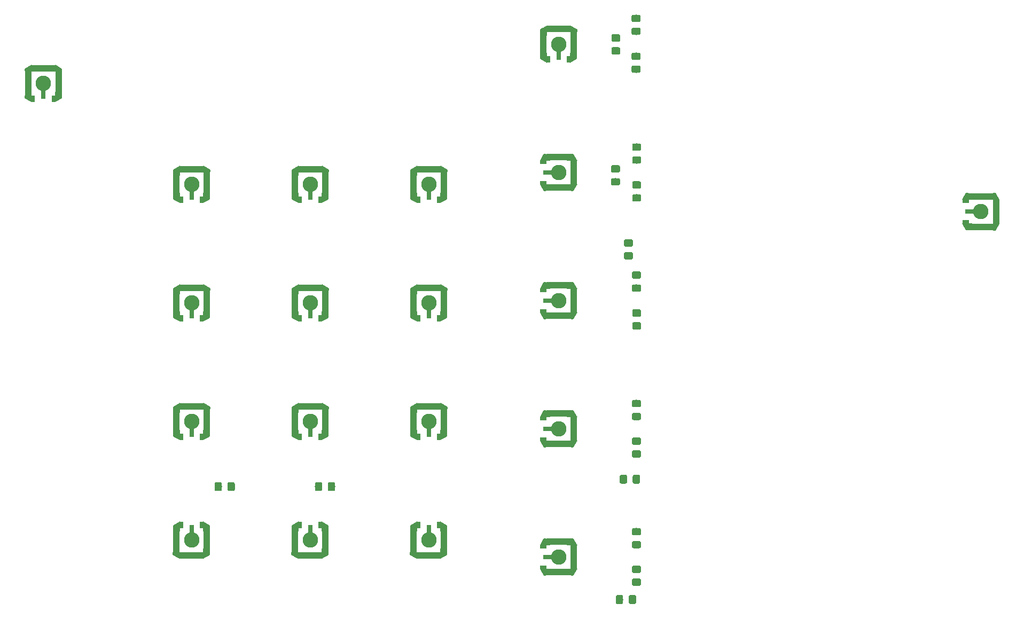
<source format=gbr>
G04 #@! TF.GenerationSoftware,KiCad,Pcbnew,(5.1.4-0-10_14)*
G04 #@! TF.CreationDate,2019-11-05T07:55:52+01:00*
G04 #@! TF.ProjectId,UFC,5546432e-6b69-4636-9164-5f7063625858,A*
G04 #@! TF.SameCoordinates,Original*
G04 #@! TF.FileFunction,Paste,Top*
G04 #@! TF.FilePolarity,Positive*
%FSLAX46Y46*%
G04 Gerber Fmt 4.6, Leading zero omitted, Abs format (unit mm)*
G04 Created by KiCad (PCBNEW (5.1.4-0-10_14)) date 2019-11-05 07:55:52*
%MOMM*%
%LPD*%
G04 APERTURE LIST*
%ADD10C,0.867506*%
%ADD11C,0.100000*%
%ADD12R,0.608000X1.090000*%
%ADD13R,1.090000X3.920000*%
%ADD14C,2.450000*%
%ADD15R,0.640000X2.450000*%
%ADD16R,3.920000X1.090000*%
%ADD17R,1.090000X0.608000*%
%ADD18R,2.450000X0.640000*%
%ADD19C,1.150000*%
G04 APERTURE END LIST*
D10*
X93644000Y-77842000D03*
D11*
G36*
X94189000Y-78654500D02*
G01*
X93099000Y-78029500D01*
X93099000Y-77654500D01*
X94189000Y-77029500D01*
X94189000Y-78654500D01*
X94189000Y-78654500D01*
G37*
D10*
X93644000Y-73542000D03*
D11*
G36*
X94189000Y-74354500D02*
G01*
X93099000Y-73729500D01*
X93099000Y-73354500D01*
X94189000Y-72729500D01*
X94189000Y-74354500D01*
X94189000Y-74354500D01*
G37*
D10*
X98444000Y-77842000D03*
D11*
G36*
X97899000Y-77029500D02*
G01*
X98989000Y-77654500D01*
X98989000Y-78029500D01*
X97899000Y-78654500D01*
X97899000Y-77029500D01*
X97899000Y-77029500D01*
G37*
D12*
X94444000Y-78092000D03*
D13*
X98459000Y-75692000D03*
D14*
X96044000Y-75692000D03*
D15*
X96044000Y-76942000D03*
D13*
X93629000Y-75692000D03*
D16*
X96044000Y-73277000D03*
D12*
X97644000Y-78092000D03*
D10*
X98494000Y-73542000D03*
D11*
G36*
X97949000Y-72729500D02*
G01*
X99039000Y-73354500D01*
X99039000Y-73729500D01*
X97949000Y-74354500D01*
X97949000Y-72729500D01*
X97949000Y-72729500D01*
G37*
D10*
X93644000Y-96638000D03*
D11*
G36*
X94189000Y-97450500D02*
G01*
X93099000Y-96825500D01*
X93099000Y-96450500D01*
X94189000Y-95825500D01*
X94189000Y-97450500D01*
X94189000Y-97450500D01*
G37*
D10*
X93644000Y-92338000D03*
D11*
G36*
X94189000Y-93150500D02*
G01*
X93099000Y-92525500D01*
X93099000Y-92150500D01*
X94189000Y-91525500D01*
X94189000Y-93150500D01*
X94189000Y-93150500D01*
G37*
D10*
X98444000Y-96638000D03*
D11*
G36*
X97899000Y-95825500D02*
G01*
X98989000Y-96450500D01*
X98989000Y-96825500D01*
X97899000Y-97450500D01*
X97899000Y-95825500D01*
X97899000Y-95825500D01*
G37*
D12*
X94444000Y-96888000D03*
D13*
X98459000Y-94488000D03*
D14*
X96044000Y-94488000D03*
D15*
X96044000Y-95738000D03*
D13*
X93629000Y-94488000D03*
D16*
X96044000Y-92073000D03*
D12*
X97644000Y-96888000D03*
D10*
X98494000Y-92338000D03*
D11*
G36*
X97949000Y-91525500D02*
G01*
X99039000Y-92150500D01*
X99039000Y-92525500D01*
X97949000Y-93150500D01*
X97949000Y-91525500D01*
X97949000Y-91525500D01*
G37*
D10*
X93644000Y-115434000D03*
D11*
G36*
X94189000Y-116246500D02*
G01*
X93099000Y-115621500D01*
X93099000Y-115246500D01*
X94189000Y-114621500D01*
X94189000Y-116246500D01*
X94189000Y-116246500D01*
G37*
D10*
X93644000Y-111134000D03*
D11*
G36*
X94189000Y-111946500D02*
G01*
X93099000Y-111321500D01*
X93099000Y-110946500D01*
X94189000Y-110321500D01*
X94189000Y-111946500D01*
X94189000Y-111946500D01*
G37*
D10*
X98444000Y-115434000D03*
D11*
G36*
X97899000Y-114621500D02*
G01*
X98989000Y-115246500D01*
X98989000Y-115621500D01*
X97899000Y-116246500D01*
X97899000Y-114621500D01*
X97899000Y-114621500D01*
G37*
D12*
X94444000Y-115684000D03*
D13*
X98459000Y-113284000D03*
D14*
X96044000Y-113284000D03*
D15*
X96044000Y-114534000D03*
D13*
X93629000Y-113284000D03*
D16*
X96044000Y-110869000D03*
D12*
X97644000Y-115684000D03*
D10*
X98494000Y-111134000D03*
D11*
G36*
X97949000Y-110321500D02*
G01*
X99039000Y-110946500D01*
X99039000Y-111321500D01*
X97949000Y-111946500D01*
X97949000Y-110321500D01*
X97949000Y-110321500D01*
G37*
D10*
X98444000Y-129930000D03*
D11*
G36*
X97899000Y-129117500D02*
G01*
X98989000Y-129742500D01*
X98989000Y-130117500D01*
X97899000Y-130742500D01*
X97899000Y-129117500D01*
X97899000Y-129117500D01*
G37*
D10*
X98444000Y-134230000D03*
D11*
G36*
X97899000Y-133417500D02*
G01*
X98989000Y-134042500D01*
X98989000Y-134417500D01*
X97899000Y-135042500D01*
X97899000Y-133417500D01*
X97899000Y-133417500D01*
G37*
D10*
X93644000Y-129930000D03*
D11*
G36*
X94189000Y-130742500D02*
G01*
X93099000Y-130117500D01*
X93099000Y-129742500D01*
X94189000Y-129117500D01*
X94189000Y-130742500D01*
X94189000Y-130742500D01*
G37*
D12*
X97644000Y-129680000D03*
D13*
X93629000Y-132080000D03*
D14*
X96044000Y-132080000D03*
D15*
X96044000Y-130830000D03*
D13*
X98459000Y-132080000D03*
D16*
X96044000Y-134495000D03*
D12*
X94444000Y-129680000D03*
D10*
X93594000Y-134230000D03*
D11*
G36*
X94139000Y-135042500D02*
G01*
X93049000Y-134417500D01*
X93049000Y-134042500D01*
X94139000Y-133417500D01*
X94139000Y-135042500D01*
X94139000Y-135042500D01*
G37*
D10*
X112440000Y-77842000D03*
D11*
G36*
X112985000Y-78654500D02*
G01*
X111895000Y-78029500D01*
X111895000Y-77654500D01*
X112985000Y-77029500D01*
X112985000Y-78654500D01*
X112985000Y-78654500D01*
G37*
D10*
X112440000Y-73542000D03*
D11*
G36*
X112985000Y-74354500D02*
G01*
X111895000Y-73729500D01*
X111895000Y-73354500D01*
X112985000Y-72729500D01*
X112985000Y-74354500D01*
X112985000Y-74354500D01*
G37*
D10*
X117240000Y-77842000D03*
D11*
G36*
X116695000Y-77029500D02*
G01*
X117785000Y-77654500D01*
X117785000Y-78029500D01*
X116695000Y-78654500D01*
X116695000Y-77029500D01*
X116695000Y-77029500D01*
G37*
D12*
X113240000Y-78092000D03*
D13*
X117255000Y-75692000D03*
D14*
X114840000Y-75692000D03*
D15*
X114840000Y-76942000D03*
D13*
X112425000Y-75692000D03*
D16*
X114840000Y-73277000D03*
D12*
X116440000Y-78092000D03*
D10*
X117290000Y-73542000D03*
D11*
G36*
X116745000Y-72729500D02*
G01*
X117835000Y-73354500D01*
X117835000Y-73729500D01*
X116745000Y-74354500D01*
X116745000Y-72729500D01*
X116745000Y-72729500D01*
G37*
D10*
X112440000Y-96638000D03*
D11*
G36*
X112985000Y-97450500D02*
G01*
X111895000Y-96825500D01*
X111895000Y-96450500D01*
X112985000Y-95825500D01*
X112985000Y-97450500D01*
X112985000Y-97450500D01*
G37*
D10*
X112440000Y-92338000D03*
D11*
G36*
X112985000Y-93150500D02*
G01*
X111895000Y-92525500D01*
X111895000Y-92150500D01*
X112985000Y-91525500D01*
X112985000Y-93150500D01*
X112985000Y-93150500D01*
G37*
D10*
X117240000Y-96638000D03*
D11*
G36*
X116695000Y-95825500D02*
G01*
X117785000Y-96450500D01*
X117785000Y-96825500D01*
X116695000Y-97450500D01*
X116695000Y-95825500D01*
X116695000Y-95825500D01*
G37*
D12*
X113240000Y-96888000D03*
D13*
X117255000Y-94488000D03*
D14*
X114840000Y-94488000D03*
D15*
X114840000Y-95738000D03*
D13*
X112425000Y-94488000D03*
D16*
X114840000Y-92073000D03*
D12*
X116440000Y-96888000D03*
D10*
X117290000Y-92338000D03*
D11*
G36*
X116745000Y-91525500D02*
G01*
X117835000Y-92150500D01*
X117835000Y-92525500D01*
X116745000Y-93150500D01*
X116745000Y-91525500D01*
X116745000Y-91525500D01*
G37*
D10*
X112440000Y-115434000D03*
D11*
G36*
X112985000Y-116246500D02*
G01*
X111895000Y-115621500D01*
X111895000Y-115246500D01*
X112985000Y-114621500D01*
X112985000Y-116246500D01*
X112985000Y-116246500D01*
G37*
D10*
X112440000Y-111134000D03*
D11*
G36*
X112985000Y-111946500D02*
G01*
X111895000Y-111321500D01*
X111895000Y-110946500D01*
X112985000Y-110321500D01*
X112985000Y-111946500D01*
X112985000Y-111946500D01*
G37*
D10*
X117240000Y-115434000D03*
D11*
G36*
X116695000Y-114621500D02*
G01*
X117785000Y-115246500D01*
X117785000Y-115621500D01*
X116695000Y-116246500D01*
X116695000Y-114621500D01*
X116695000Y-114621500D01*
G37*
D12*
X113240000Y-115684000D03*
D13*
X117255000Y-113284000D03*
D14*
X114840000Y-113284000D03*
D15*
X114840000Y-114534000D03*
D13*
X112425000Y-113284000D03*
D16*
X114840000Y-110869000D03*
D12*
X116440000Y-115684000D03*
D10*
X117290000Y-111134000D03*
D11*
G36*
X116745000Y-110321500D02*
G01*
X117835000Y-110946500D01*
X117835000Y-111321500D01*
X116745000Y-111946500D01*
X116745000Y-110321500D01*
X116745000Y-110321500D01*
G37*
D10*
X117240000Y-129930000D03*
D11*
G36*
X116695000Y-129117500D02*
G01*
X117785000Y-129742500D01*
X117785000Y-130117500D01*
X116695000Y-130742500D01*
X116695000Y-129117500D01*
X116695000Y-129117500D01*
G37*
D10*
X117240000Y-134230000D03*
D11*
G36*
X116695000Y-133417500D02*
G01*
X117785000Y-134042500D01*
X117785000Y-134417500D01*
X116695000Y-135042500D01*
X116695000Y-133417500D01*
X116695000Y-133417500D01*
G37*
D10*
X112440000Y-129930000D03*
D11*
G36*
X112985000Y-130742500D02*
G01*
X111895000Y-130117500D01*
X111895000Y-129742500D01*
X112985000Y-129117500D01*
X112985000Y-130742500D01*
X112985000Y-130742500D01*
G37*
D12*
X116440000Y-129680000D03*
D13*
X112425000Y-132080000D03*
D14*
X114840000Y-132080000D03*
D15*
X114840000Y-130830000D03*
D13*
X117255000Y-132080000D03*
D16*
X114840000Y-134495000D03*
D12*
X113240000Y-129680000D03*
D10*
X112390000Y-134230000D03*
D11*
G36*
X112935000Y-135042500D02*
G01*
X111845000Y-134417500D01*
X111845000Y-134042500D01*
X112935000Y-133417500D01*
X112935000Y-135042500D01*
X112935000Y-135042500D01*
G37*
D10*
X70149000Y-61840000D03*
D11*
G36*
X70694000Y-62652500D02*
G01*
X69604000Y-62027500D01*
X69604000Y-61652500D01*
X70694000Y-61027500D01*
X70694000Y-62652500D01*
X70694000Y-62652500D01*
G37*
D10*
X70149000Y-57540000D03*
D11*
G36*
X70694000Y-58352500D02*
G01*
X69604000Y-57727500D01*
X69604000Y-57352500D01*
X70694000Y-56727500D01*
X70694000Y-58352500D01*
X70694000Y-58352500D01*
G37*
D10*
X74949000Y-61840000D03*
D11*
G36*
X74404000Y-61027500D02*
G01*
X75494000Y-61652500D01*
X75494000Y-62027500D01*
X74404000Y-62652500D01*
X74404000Y-61027500D01*
X74404000Y-61027500D01*
G37*
D12*
X70949000Y-62090000D03*
D13*
X74964000Y-59690000D03*
D14*
X72549000Y-59690000D03*
D15*
X72549000Y-60940000D03*
D13*
X70134000Y-59690000D03*
D16*
X72549000Y-57275000D03*
D12*
X74149000Y-62090000D03*
D10*
X74999000Y-57540000D03*
D11*
G36*
X74454000Y-56727500D02*
G01*
X75544000Y-57352500D01*
X75544000Y-57727500D01*
X74454000Y-58352500D01*
X74454000Y-56727500D01*
X74454000Y-56727500D01*
G37*
D10*
X131236000Y-77842000D03*
D11*
G36*
X131781000Y-78654500D02*
G01*
X130691000Y-78029500D01*
X130691000Y-77654500D01*
X131781000Y-77029500D01*
X131781000Y-78654500D01*
X131781000Y-78654500D01*
G37*
D10*
X131236000Y-73542000D03*
D11*
G36*
X131781000Y-74354500D02*
G01*
X130691000Y-73729500D01*
X130691000Y-73354500D01*
X131781000Y-72729500D01*
X131781000Y-74354500D01*
X131781000Y-74354500D01*
G37*
D10*
X136036000Y-77842000D03*
D11*
G36*
X135491000Y-77029500D02*
G01*
X136581000Y-77654500D01*
X136581000Y-78029500D01*
X135491000Y-78654500D01*
X135491000Y-77029500D01*
X135491000Y-77029500D01*
G37*
D12*
X132036000Y-78092000D03*
D13*
X136051000Y-75692000D03*
D14*
X133636000Y-75692000D03*
D15*
X133636000Y-76942000D03*
D13*
X131221000Y-75692000D03*
D16*
X133636000Y-73277000D03*
D12*
X135236000Y-78092000D03*
D10*
X136086000Y-73542000D03*
D11*
G36*
X135541000Y-72729500D02*
G01*
X136631000Y-73354500D01*
X136631000Y-73729500D01*
X135541000Y-74354500D01*
X135541000Y-72729500D01*
X135541000Y-72729500D01*
G37*
D10*
X131236000Y-96638000D03*
D11*
G36*
X131781000Y-97450500D02*
G01*
X130691000Y-96825500D01*
X130691000Y-96450500D01*
X131781000Y-95825500D01*
X131781000Y-97450500D01*
X131781000Y-97450500D01*
G37*
D10*
X131236000Y-92338000D03*
D11*
G36*
X131781000Y-93150500D02*
G01*
X130691000Y-92525500D01*
X130691000Y-92150500D01*
X131781000Y-91525500D01*
X131781000Y-93150500D01*
X131781000Y-93150500D01*
G37*
D10*
X136036000Y-96638000D03*
D11*
G36*
X135491000Y-95825500D02*
G01*
X136581000Y-96450500D01*
X136581000Y-96825500D01*
X135491000Y-97450500D01*
X135491000Y-95825500D01*
X135491000Y-95825500D01*
G37*
D12*
X132036000Y-96888000D03*
D13*
X136051000Y-94488000D03*
D14*
X133636000Y-94488000D03*
D15*
X133636000Y-95738000D03*
D13*
X131221000Y-94488000D03*
D16*
X133636000Y-92073000D03*
D12*
X135236000Y-96888000D03*
D10*
X136086000Y-92338000D03*
D11*
G36*
X135541000Y-91525500D02*
G01*
X136631000Y-92150500D01*
X136631000Y-92525500D01*
X135541000Y-93150500D01*
X135541000Y-91525500D01*
X135541000Y-91525500D01*
G37*
D10*
X131236000Y-115434000D03*
D11*
G36*
X131781000Y-116246500D02*
G01*
X130691000Y-115621500D01*
X130691000Y-115246500D01*
X131781000Y-114621500D01*
X131781000Y-116246500D01*
X131781000Y-116246500D01*
G37*
D10*
X131236000Y-111134000D03*
D11*
G36*
X131781000Y-111946500D02*
G01*
X130691000Y-111321500D01*
X130691000Y-110946500D01*
X131781000Y-110321500D01*
X131781000Y-111946500D01*
X131781000Y-111946500D01*
G37*
D10*
X136036000Y-115434000D03*
D11*
G36*
X135491000Y-114621500D02*
G01*
X136581000Y-115246500D01*
X136581000Y-115621500D01*
X135491000Y-116246500D01*
X135491000Y-114621500D01*
X135491000Y-114621500D01*
G37*
D12*
X132036000Y-115684000D03*
D13*
X136051000Y-113284000D03*
D14*
X133636000Y-113284000D03*
D15*
X133636000Y-114534000D03*
D13*
X131221000Y-113284000D03*
D16*
X133636000Y-110869000D03*
D12*
X135236000Y-115684000D03*
D10*
X136086000Y-111134000D03*
D11*
G36*
X135541000Y-110321500D02*
G01*
X136631000Y-110946500D01*
X136631000Y-111321500D01*
X135541000Y-111946500D01*
X135541000Y-110321500D01*
X135541000Y-110321500D01*
G37*
D10*
X136036000Y-129930000D03*
D11*
G36*
X135491000Y-129117500D02*
G01*
X136581000Y-129742500D01*
X136581000Y-130117500D01*
X135491000Y-130742500D01*
X135491000Y-129117500D01*
X135491000Y-129117500D01*
G37*
D10*
X136036000Y-134230000D03*
D11*
G36*
X135491000Y-133417500D02*
G01*
X136581000Y-134042500D01*
X136581000Y-134417500D01*
X135491000Y-135042500D01*
X135491000Y-133417500D01*
X135491000Y-133417500D01*
G37*
D10*
X131236000Y-129930000D03*
D11*
G36*
X131781000Y-130742500D02*
G01*
X130691000Y-130117500D01*
X130691000Y-129742500D01*
X131781000Y-129117500D01*
X131781000Y-130742500D01*
X131781000Y-130742500D01*
G37*
D12*
X135236000Y-129680000D03*
D13*
X131221000Y-132080000D03*
D14*
X133636000Y-132080000D03*
D15*
X133636000Y-130830000D03*
D13*
X136051000Y-132080000D03*
D16*
X133636000Y-134495000D03*
D12*
X132036000Y-129680000D03*
D10*
X131186000Y-134230000D03*
D11*
G36*
X131731000Y-135042500D02*
G01*
X130641000Y-134417500D01*
X130641000Y-134042500D01*
X131731000Y-133417500D01*
X131731000Y-135042500D01*
X131731000Y-135042500D01*
G37*
D10*
X218989000Y-77610000D03*
D11*
G36*
X218176500Y-78155000D02*
G01*
X218801500Y-77065000D01*
X219176500Y-77065000D01*
X219801500Y-78155000D01*
X218176500Y-78155000D01*
X218176500Y-78155000D01*
G37*
D10*
X223289000Y-77610000D03*
D11*
G36*
X222476500Y-78155000D02*
G01*
X223101500Y-77065000D01*
X223476500Y-77065000D01*
X224101500Y-78155000D01*
X222476500Y-78155000D01*
X222476500Y-78155000D01*
G37*
D10*
X218989000Y-82410000D03*
D11*
G36*
X219801500Y-81865000D02*
G01*
X219176500Y-82955000D01*
X218801500Y-82955000D01*
X218176500Y-81865000D01*
X219801500Y-81865000D01*
X219801500Y-81865000D01*
G37*
D17*
X218739000Y-78410000D03*
D16*
X221139000Y-82425000D03*
D14*
X221139000Y-80010000D03*
D18*
X219889000Y-80010000D03*
D16*
X221139000Y-77595000D03*
D13*
X223554000Y-80010000D03*
D17*
X218739000Y-81610000D03*
D10*
X223289000Y-82460000D03*
D11*
G36*
X224101500Y-81915000D02*
G01*
X223476500Y-83005000D01*
X223101500Y-83005000D01*
X222476500Y-81915000D01*
X224101500Y-81915000D01*
X224101500Y-81915000D01*
G37*
D10*
X152060000Y-71387000D03*
D11*
G36*
X151247500Y-71932000D02*
G01*
X151872500Y-70842000D01*
X152247500Y-70842000D01*
X152872500Y-71932000D01*
X151247500Y-71932000D01*
X151247500Y-71932000D01*
G37*
D10*
X156360000Y-71387000D03*
D11*
G36*
X155547500Y-71932000D02*
G01*
X156172500Y-70842000D01*
X156547500Y-70842000D01*
X157172500Y-71932000D01*
X155547500Y-71932000D01*
X155547500Y-71932000D01*
G37*
D10*
X152060000Y-76187000D03*
D11*
G36*
X152872500Y-75642000D02*
G01*
X152247500Y-76732000D01*
X151872500Y-76732000D01*
X151247500Y-75642000D01*
X152872500Y-75642000D01*
X152872500Y-75642000D01*
G37*
D17*
X151810000Y-72187000D03*
D16*
X154210000Y-76202000D03*
D14*
X154210000Y-73787000D03*
D18*
X152960000Y-73787000D03*
D16*
X154210000Y-71372000D03*
D13*
X156625000Y-73787000D03*
D17*
X151810000Y-75387000D03*
D10*
X156360000Y-76237000D03*
D11*
G36*
X157172500Y-75692000D02*
G01*
X156547500Y-76782000D01*
X156172500Y-76782000D01*
X155547500Y-75692000D01*
X157172500Y-75692000D01*
X157172500Y-75692000D01*
G37*
D10*
X152060000Y-91707000D03*
D11*
G36*
X151247500Y-92252000D02*
G01*
X151872500Y-91162000D01*
X152247500Y-91162000D01*
X152872500Y-92252000D01*
X151247500Y-92252000D01*
X151247500Y-92252000D01*
G37*
D10*
X156360000Y-91707000D03*
D11*
G36*
X155547500Y-92252000D02*
G01*
X156172500Y-91162000D01*
X156547500Y-91162000D01*
X157172500Y-92252000D01*
X155547500Y-92252000D01*
X155547500Y-92252000D01*
G37*
D10*
X152060000Y-96507000D03*
D11*
G36*
X152872500Y-95962000D02*
G01*
X152247500Y-97052000D01*
X151872500Y-97052000D01*
X151247500Y-95962000D01*
X152872500Y-95962000D01*
X152872500Y-95962000D01*
G37*
D17*
X151810000Y-92507000D03*
D16*
X154210000Y-96522000D03*
D14*
X154210000Y-94107000D03*
D18*
X152960000Y-94107000D03*
D16*
X154210000Y-91692000D03*
D13*
X156625000Y-94107000D03*
D17*
X151810000Y-95707000D03*
D10*
X156360000Y-96557000D03*
D11*
G36*
X157172500Y-96012000D02*
G01*
X156547500Y-97102000D01*
X156172500Y-97102000D01*
X155547500Y-96012000D01*
X157172500Y-96012000D01*
X157172500Y-96012000D01*
G37*
D10*
X152060000Y-112027000D03*
D11*
G36*
X151247500Y-112572000D02*
G01*
X151872500Y-111482000D01*
X152247500Y-111482000D01*
X152872500Y-112572000D01*
X151247500Y-112572000D01*
X151247500Y-112572000D01*
G37*
D10*
X156360000Y-112027000D03*
D11*
G36*
X155547500Y-112572000D02*
G01*
X156172500Y-111482000D01*
X156547500Y-111482000D01*
X157172500Y-112572000D01*
X155547500Y-112572000D01*
X155547500Y-112572000D01*
G37*
D10*
X152060000Y-116827000D03*
D11*
G36*
X152872500Y-116282000D02*
G01*
X152247500Y-117372000D01*
X151872500Y-117372000D01*
X151247500Y-116282000D01*
X152872500Y-116282000D01*
X152872500Y-116282000D01*
G37*
D17*
X151810000Y-112827000D03*
D16*
X154210000Y-116842000D03*
D14*
X154210000Y-114427000D03*
D18*
X152960000Y-114427000D03*
D16*
X154210000Y-112012000D03*
D13*
X156625000Y-114427000D03*
D17*
X151810000Y-116027000D03*
D10*
X156360000Y-116877000D03*
D11*
G36*
X157172500Y-116332000D02*
G01*
X156547500Y-117422000D01*
X156172500Y-117422000D01*
X155547500Y-116332000D01*
X157172500Y-116332000D01*
X157172500Y-116332000D01*
G37*
D10*
X152060000Y-132347000D03*
D11*
G36*
X151247500Y-132892000D02*
G01*
X151872500Y-131802000D01*
X152247500Y-131802000D01*
X152872500Y-132892000D01*
X151247500Y-132892000D01*
X151247500Y-132892000D01*
G37*
D10*
X156360000Y-132347000D03*
D11*
G36*
X155547500Y-132892000D02*
G01*
X156172500Y-131802000D01*
X156547500Y-131802000D01*
X157172500Y-132892000D01*
X155547500Y-132892000D01*
X155547500Y-132892000D01*
G37*
D10*
X152060000Y-137147000D03*
D11*
G36*
X152872500Y-136602000D02*
G01*
X152247500Y-137692000D01*
X151872500Y-137692000D01*
X151247500Y-136602000D01*
X152872500Y-136602000D01*
X152872500Y-136602000D01*
G37*
D17*
X151810000Y-133147000D03*
D16*
X154210000Y-137162000D03*
D14*
X154210000Y-134747000D03*
D18*
X152960000Y-134747000D03*
D16*
X154210000Y-132332000D03*
D13*
X156625000Y-134747000D03*
D17*
X151810000Y-136347000D03*
D10*
X156360000Y-137197000D03*
D11*
G36*
X157172500Y-136652000D02*
G01*
X156547500Y-137742000D01*
X156172500Y-137742000D01*
X155547500Y-136652000D01*
X157172500Y-136652000D01*
X157172500Y-136652000D01*
G37*
D10*
X151810000Y-55617000D03*
D11*
G36*
X152355000Y-56429500D02*
G01*
X151265000Y-55804500D01*
X151265000Y-55429500D01*
X152355000Y-54804500D01*
X152355000Y-56429500D01*
X152355000Y-56429500D01*
G37*
D10*
X151810000Y-51317000D03*
D11*
G36*
X152355000Y-52129500D02*
G01*
X151265000Y-51504500D01*
X151265000Y-51129500D01*
X152355000Y-50504500D01*
X152355000Y-52129500D01*
X152355000Y-52129500D01*
G37*
D10*
X156610000Y-55617000D03*
D11*
G36*
X156065000Y-54804500D02*
G01*
X157155000Y-55429500D01*
X157155000Y-55804500D01*
X156065000Y-56429500D01*
X156065000Y-54804500D01*
X156065000Y-54804500D01*
G37*
D12*
X152610000Y-55867000D03*
D13*
X156625000Y-53467000D03*
D14*
X154210000Y-53467000D03*
D15*
X154210000Y-54717000D03*
D13*
X151795000Y-53467000D03*
D16*
X154210000Y-51052000D03*
D12*
X155810000Y-55867000D03*
D10*
X156660000Y-51317000D03*
D11*
G36*
X156115000Y-50504500D02*
G01*
X157205000Y-51129500D01*
X157205000Y-51504500D01*
X156115000Y-52129500D01*
X156115000Y-50504500D01*
X156115000Y-50504500D01*
G37*
G36*
X166974505Y-48801204D02*
G01*
X166998773Y-48804804D01*
X167022572Y-48810765D01*
X167045671Y-48819030D01*
X167067850Y-48829520D01*
X167088893Y-48842132D01*
X167108599Y-48856747D01*
X167126777Y-48873223D01*
X167143253Y-48891401D01*
X167157868Y-48911107D01*
X167170480Y-48932150D01*
X167180970Y-48954329D01*
X167189235Y-48977428D01*
X167195196Y-49001227D01*
X167198796Y-49025495D01*
X167200000Y-49049999D01*
X167200000Y-49700001D01*
X167198796Y-49724505D01*
X167195196Y-49748773D01*
X167189235Y-49772572D01*
X167180970Y-49795671D01*
X167170480Y-49817850D01*
X167157868Y-49838893D01*
X167143253Y-49858599D01*
X167126777Y-49876777D01*
X167108599Y-49893253D01*
X167088893Y-49907868D01*
X167067850Y-49920480D01*
X167045671Y-49930970D01*
X167022572Y-49939235D01*
X166998773Y-49945196D01*
X166974505Y-49948796D01*
X166950001Y-49950000D01*
X166049999Y-49950000D01*
X166025495Y-49948796D01*
X166001227Y-49945196D01*
X165977428Y-49939235D01*
X165954329Y-49930970D01*
X165932150Y-49920480D01*
X165911107Y-49907868D01*
X165891401Y-49893253D01*
X165873223Y-49876777D01*
X165856747Y-49858599D01*
X165842132Y-49838893D01*
X165829520Y-49817850D01*
X165819030Y-49795671D01*
X165810765Y-49772572D01*
X165804804Y-49748773D01*
X165801204Y-49724505D01*
X165800000Y-49700001D01*
X165800000Y-49049999D01*
X165801204Y-49025495D01*
X165804804Y-49001227D01*
X165810765Y-48977428D01*
X165819030Y-48954329D01*
X165829520Y-48932150D01*
X165842132Y-48911107D01*
X165856747Y-48891401D01*
X165873223Y-48873223D01*
X165891401Y-48856747D01*
X165911107Y-48842132D01*
X165932150Y-48829520D01*
X165954329Y-48819030D01*
X165977428Y-48810765D01*
X166001227Y-48804804D01*
X166025495Y-48801204D01*
X166049999Y-48800000D01*
X166950001Y-48800000D01*
X166974505Y-48801204D01*
X166974505Y-48801204D01*
G37*
D19*
X166500000Y-49375000D03*
D11*
G36*
X166974505Y-50851204D02*
G01*
X166998773Y-50854804D01*
X167022572Y-50860765D01*
X167045671Y-50869030D01*
X167067850Y-50879520D01*
X167088893Y-50892132D01*
X167108599Y-50906747D01*
X167126777Y-50923223D01*
X167143253Y-50941401D01*
X167157868Y-50961107D01*
X167170480Y-50982150D01*
X167180970Y-51004329D01*
X167189235Y-51027428D01*
X167195196Y-51051227D01*
X167198796Y-51075495D01*
X167200000Y-51099999D01*
X167200000Y-51750001D01*
X167198796Y-51774505D01*
X167195196Y-51798773D01*
X167189235Y-51822572D01*
X167180970Y-51845671D01*
X167170480Y-51867850D01*
X167157868Y-51888893D01*
X167143253Y-51908599D01*
X167126777Y-51926777D01*
X167108599Y-51943253D01*
X167088893Y-51957868D01*
X167067850Y-51970480D01*
X167045671Y-51980970D01*
X167022572Y-51989235D01*
X166998773Y-51995196D01*
X166974505Y-51998796D01*
X166950001Y-52000000D01*
X166049999Y-52000000D01*
X166025495Y-51998796D01*
X166001227Y-51995196D01*
X165977428Y-51989235D01*
X165954329Y-51980970D01*
X165932150Y-51970480D01*
X165911107Y-51957868D01*
X165891401Y-51943253D01*
X165873223Y-51926777D01*
X165856747Y-51908599D01*
X165842132Y-51888893D01*
X165829520Y-51867850D01*
X165819030Y-51845671D01*
X165810765Y-51822572D01*
X165804804Y-51798773D01*
X165801204Y-51774505D01*
X165800000Y-51750001D01*
X165800000Y-51099999D01*
X165801204Y-51075495D01*
X165804804Y-51051227D01*
X165810765Y-51027428D01*
X165819030Y-51004329D01*
X165829520Y-50982150D01*
X165842132Y-50961107D01*
X165856747Y-50941401D01*
X165873223Y-50923223D01*
X165891401Y-50906747D01*
X165911107Y-50892132D01*
X165932150Y-50879520D01*
X165954329Y-50869030D01*
X165977428Y-50860765D01*
X166001227Y-50854804D01*
X166025495Y-50851204D01*
X166049999Y-50850000D01*
X166950001Y-50850000D01*
X166974505Y-50851204D01*
X166974505Y-50851204D01*
G37*
D19*
X166500000Y-51425000D03*
D11*
G36*
X167074505Y-71251204D02*
G01*
X167098773Y-71254804D01*
X167122572Y-71260765D01*
X167145671Y-71269030D01*
X167167850Y-71279520D01*
X167188893Y-71292132D01*
X167208599Y-71306747D01*
X167226777Y-71323223D01*
X167243253Y-71341401D01*
X167257868Y-71361107D01*
X167270480Y-71382150D01*
X167280970Y-71404329D01*
X167289235Y-71427428D01*
X167295196Y-71451227D01*
X167298796Y-71475495D01*
X167300000Y-71499999D01*
X167300000Y-72150001D01*
X167298796Y-72174505D01*
X167295196Y-72198773D01*
X167289235Y-72222572D01*
X167280970Y-72245671D01*
X167270480Y-72267850D01*
X167257868Y-72288893D01*
X167243253Y-72308599D01*
X167226777Y-72326777D01*
X167208599Y-72343253D01*
X167188893Y-72357868D01*
X167167850Y-72370480D01*
X167145671Y-72380970D01*
X167122572Y-72389235D01*
X167098773Y-72395196D01*
X167074505Y-72398796D01*
X167050001Y-72400000D01*
X166149999Y-72400000D01*
X166125495Y-72398796D01*
X166101227Y-72395196D01*
X166077428Y-72389235D01*
X166054329Y-72380970D01*
X166032150Y-72370480D01*
X166011107Y-72357868D01*
X165991401Y-72343253D01*
X165973223Y-72326777D01*
X165956747Y-72308599D01*
X165942132Y-72288893D01*
X165929520Y-72267850D01*
X165919030Y-72245671D01*
X165910765Y-72222572D01*
X165904804Y-72198773D01*
X165901204Y-72174505D01*
X165900000Y-72150001D01*
X165900000Y-71499999D01*
X165901204Y-71475495D01*
X165904804Y-71451227D01*
X165910765Y-71427428D01*
X165919030Y-71404329D01*
X165929520Y-71382150D01*
X165942132Y-71361107D01*
X165956747Y-71341401D01*
X165973223Y-71323223D01*
X165991401Y-71306747D01*
X166011107Y-71292132D01*
X166032150Y-71279520D01*
X166054329Y-71269030D01*
X166077428Y-71260765D01*
X166101227Y-71254804D01*
X166125495Y-71251204D01*
X166149999Y-71250000D01*
X167050001Y-71250000D01*
X167074505Y-71251204D01*
X167074505Y-71251204D01*
G37*
D19*
X166600000Y-71825000D03*
D11*
G36*
X167074505Y-69201204D02*
G01*
X167098773Y-69204804D01*
X167122572Y-69210765D01*
X167145671Y-69219030D01*
X167167850Y-69229520D01*
X167188893Y-69242132D01*
X167208599Y-69256747D01*
X167226777Y-69273223D01*
X167243253Y-69291401D01*
X167257868Y-69311107D01*
X167270480Y-69332150D01*
X167280970Y-69354329D01*
X167289235Y-69377428D01*
X167295196Y-69401227D01*
X167298796Y-69425495D01*
X167300000Y-69449999D01*
X167300000Y-70100001D01*
X167298796Y-70124505D01*
X167295196Y-70148773D01*
X167289235Y-70172572D01*
X167280970Y-70195671D01*
X167270480Y-70217850D01*
X167257868Y-70238893D01*
X167243253Y-70258599D01*
X167226777Y-70276777D01*
X167208599Y-70293253D01*
X167188893Y-70307868D01*
X167167850Y-70320480D01*
X167145671Y-70330970D01*
X167122572Y-70339235D01*
X167098773Y-70345196D01*
X167074505Y-70348796D01*
X167050001Y-70350000D01*
X166149999Y-70350000D01*
X166125495Y-70348796D01*
X166101227Y-70345196D01*
X166077428Y-70339235D01*
X166054329Y-70330970D01*
X166032150Y-70320480D01*
X166011107Y-70307868D01*
X165991401Y-70293253D01*
X165973223Y-70276777D01*
X165956747Y-70258599D01*
X165942132Y-70238893D01*
X165929520Y-70217850D01*
X165919030Y-70195671D01*
X165910765Y-70172572D01*
X165904804Y-70148773D01*
X165901204Y-70124505D01*
X165900000Y-70100001D01*
X165900000Y-69449999D01*
X165901204Y-69425495D01*
X165904804Y-69401227D01*
X165910765Y-69377428D01*
X165919030Y-69354329D01*
X165929520Y-69332150D01*
X165942132Y-69311107D01*
X165956747Y-69291401D01*
X165973223Y-69273223D01*
X165991401Y-69256747D01*
X166011107Y-69242132D01*
X166032150Y-69229520D01*
X166054329Y-69219030D01*
X166077428Y-69210765D01*
X166101227Y-69204804D01*
X166125495Y-69201204D01*
X166149999Y-69200000D01*
X167050001Y-69200000D01*
X167074505Y-69201204D01*
X167074505Y-69201204D01*
G37*
D19*
X166600000Y-69775000D03*
D11*
G36*
X167041505Y-89501204D02*
G01*
X167065773Y-89504804D01*
X167089572Y-89510765D01*
X167112671Y-89519030D01*
X167134850Y-89529520D01*
X167155893Y-89542132D01*
X167175599Y-89556747D01*
X167193777Y-89573223D01*
X167210253Y-89591401D01*
X167224868Y-89611107D01*
X167237480Y-89632150D01*
X167247970Y-89654329D01*
X167256235Y-89677428D01*
X167262196Y-89701227D01*
X167265796Y-89725495D01*
X167267000Y-89749999D01*
X167267000Y-90400001D01*
X167265796Y-90424505D01*
X167262196Y-90448773D01*
X167256235Y-90472572D01*
X167247970Y-90495671D01*
X167237480Y-90517850D01*
X167224868Y-90538893D01*
X167210253Y-90558599D01*
X167193777Y-90576777D01*
X167175599Y-90593253D01*
X167155893Y-90607868D01*
X167134850Y-90620480D01*
X167112671Y-90630970D01*
X167089572Y-90639235D01*
X167065773Y-90645196D01*
X167041505Y-90648796D01*
X167017001Y-90650000D01*
X166116999Y-90650000D01*
X166092495Y-90648796D01*
X166068227Y-90645196D01*
X166044428Y-90639235D01*
X166021329Y-90630970D01*
X165999150Y-90620480D01*
X165978107Y-90607868D01*
X165958401Y-90593253D01*
X165940223Y-90576777D01*
X165923747Y-90558599D01*
X165909132Y-90538893D01*
X165896520Y-90517850D01*
X165886030Y-90495671D01*
X165877765Y-90472572D01*
X165871804Y-90448773D01*
X165868204Y-90424505D01*
X165867000Y-90400001D01*
X165867000Y-89749999D01*
X165868204Y-89725495D01*
X165871804Y-89701227D01*
X165877765Y-89677428D01*
X165886030Y-89654329D01*
X165896520Y-89632150D01*
X165909132Y-89611107D01*
X165923747Y-89591401D01*
X165940223Y-89573223D01*
X165958401Y-89556747D01*
X165978107Y-89542132D01*
X165999150Y-89529520D01*
X166021329Y-89519030D01*
X166044428Y-89510765D01*
X166068227Y-89504804D01*
X166092495Y-89501204D01*
X166116999Y-89500000D01*
X167017001Y-89500000D01*
X167041505Y-89501204D01*
X167041505Y-89501204D01*
G37*
D19*
X166567000Y-90075000D03*
D11*
G36*
X167041505Y-91551204D02*
G01*
X167065773Y-91554804D01*
X167089572Y-91560765D01*
X167112671Y-91569030D01*
X167134850Y-91579520D01*
X167155893Y-91592132D01*
X167175599Y-91606747D01*
X167193777Y-91623223D01*
X167210253Y-91641401D01*
X167224868Y-91661107D01*
X167237480Y-91682150D01*
X167247970Y-91704329D01*
X167256235Y-91727428D01*
X167262196Y-91751227D01*
X167265796Y-91775495D01*
X167267000Y-91799999D01*
X167267000Y-92450001D01*
X167265796Y-92474505D01*
X167262196Y-92498773D01*
X167256235Y-92522572D01*
X167247970Y-92545671D01*
X167237480Y-92567850D01*
X167224868Y-92588893D01*
X167210253Y-92608599D01*
X167193777Y-92626777D01*
X167175599Y-92643253D01*
X167155893Y-92657868D01*
X167134850Y-92670480D01*
X167112671Y-92680970D01*
X167089572Y-92689235D01*
X167065773Y-92695196D01*
X167041505Y-92698796D01*
X167017001Y-92700000D01*
X166116999Y-92700000D01*
X166092495Y-92698796D01*
X166068227Y-92695196D01*
X166044428Y-92689235D01*
X166021329Y-92680970D01*
X165999150Y-92670480D01*
X165978107Y-92657868D01*
X165958401Y-92643253D01*
X165940223Y-92626777D01*
X165923747Y-92608599D01*
X165909132Y-92588893D01*
X165896520Y-92567850D01*
X165886030Y-92545671D01*
X165877765Y-92522572D01*
X165871804Y-92498773D01*
X165868204Y-92474505D01*
X165867000Y-92450001D01*
X165867000Y-91799999D01*
X165868204Y-91775495D01*
X165871804Y-91751227D01*
X165877765Y-91727428D01*
X165886030Y-91704329D01*
X165896520Y-91682150D01*
X165909132Y-91661107D01*
X165923747Y-91641401D01*
X165940223Y-91623223D01*
X165958401Y-91606747D01*
X165978107Y-91592132D01*
X165999150Y-91579520D01*
X166021329Y-91569030D01*
X166044428Y-91560765D01*
X166068227Y-91554804D01*
X166092495Y-91551204D01*
X166116999Y-91550000D01*
X167017001Y-91550000D01*
X167041505Y-91551204D01*
X167041505Y-91551204D01*
G37*
D19*
X166567000Y-92125000D03*
D11*
G36*
X167041505Y-117855204D02*
G01*
X167065773Y-117858804D01*
X167089572Y-117864765D01*
X167112671Y-117873030D01*
X167134850Y-117883520D01*
X167155893Y-117896132D01*
X167175599Y-117910747D01*
X167193777Y-117927223D01*
X167210253Y-117945401D01*
X167224868Y-117965107D01*
X167237480Y-117986150D01*
X167247970Y-118008329D01*
X167256235Y-118031428D01*
X167262196Y-118055227D01*
X167265796Y-118079495D01*
X167267000Y-118103999D01*
X167267000Y-118754001D01*
X167265796Y-118778505D01*
X167262196Y-118802773D01*
X167256235Y-118826572D01*
X167247970Y-118849671D01*
X167237480Y-118871850D01*
X167224868Y-118892893D01*
X167210253Y-118912599D01*
X167193777Y-118930777D01*
X167175599Y-118947253D01*
X167155893Y-118961868D01*
X167134850Y-118974480D01*
X167112671Y-118984970D01*
X167089572Y-118993235D01*
X167065773Y-118999196D01*
X167041505Y-119002796D01*
X167017001Y-119004000D01*
X166116999Y-119004000D01*
X166092495Y-119002796D01*
X166068227Y-118999196D01*
X166044428Y-118993235D01*
X166021329Y-118984970D01*
X165999150Y-118974480D01*
X165978107Y-118961868D01*
X165958401Y-118947253D01*
X165940223Y-118930777D01*
X165923747Y-118912599D01*
X165909132Y-118892893D01*
X165896520Y-118871850D01*
X165886030Y-118849671D01*
X165877765Y-118826572D01*
X165871804Y-118802773D01*
X165868204Y-118778505D01*
X165867000Y-118754001D01*
X165867000Y-118103999D01*
X165868204Y-118079495D01*
X165871804Y-118055227D01*
X165877765Y-118031428D01*
X165886030Y-118008329D01*
X165896520Y-117986150D01*
X165909132Y-117965107D01*
X165923747Y-117945401D01*
X165940223Y-117927223D01*
X165958401Y-117910747D01*
X165978107Y-117896132D01*
X165999150Y-117883520D01*
X166021329Y-117873030D01*
X166044428Y-117864765D01*
X166068227Y-117858804D01*
X166092495Y-117855204D01*
X166116999Y-117854000D01*
X167017001Y-117854000D01*
X167041505Y-117855204D01*
X167041505Y-117855204D01*
G37*
D19*
X166567000Y-118429000D03*
D11*
G36*
X167041505Y-115805204D02*
G01*
X167065773Y-115808804D01*
X167089572Y-115814765D01*
X167112671Y-115823030D01*
X167134850Y-115833520D01*
X167155893Y-115846132D01*
X167175599Y-115860747D01*
X167193777Y-115877223D01*
X167210253Y-115895401D01*
X167224868Y-115915107D01*
X167237480Y-115936150D01*
X167247970Y-115958329D01*
X167256235Y-115981428D01*
X167262196Y-116005227D01*
X167265796Y-116029495D01*
X167267000Y-116053999D01*
X167267000Y-116704001D01*
X167265796Y-116728505D01*
X167262196Y-116752773D01*
X167256235Y-116776572D01*
X167247970Y-116799671D01*
X167237480Y-116821850D01*
X167224868Y-116842893D01*
X167210253Y-116862599D01*
X167193777Y-116880777D01*
X167175599Y-116897253D01*
X167155893Y-116911868D01*
X167134850Y-116924480D01*
X167112671Y-116934970D01*
X167089572Y-116943235D01*
X167065773Y-116949196D01*
X167041505Y-116952796D01*
X167017001Y-116954000D01*
X166116999Y-116954000D01*
X166092495Y-116952796D01*
X166068227Y-116949196D01*
X166044428Y-116943235D01*
X166021329Y-116934970D01*
X165999150Y-116924480D01*
X165978107Y-116911868D01*
X165958401Y-116897253D01*
X165940223Y-116880777D01*
X165923747Y-116862599D01*
X165909132Y-116842893D01*
X165896520Y-116821850D01*
X165886030Y-116799671D01*
X165877765Y-116776572D01*
X165871804Y-116752773D01*
X165868204Y-116728505D01*
X165867000Y-116704001D01*
X165867000Y-116053999D01*
X165868204Y-116029495D01*
X165871804Y-116005227D01*
X165877765Y-115981428D01*
X165886030Y-115958329D01*
X165896520Y-115936150D01*
X165909132Y-115915107D01*
X165923747Y-115895401D01*
X165940223Y-115877223D01*
X165958401Y-115860747D01*
X165978107Y-115846132D01*
X165999150Y-115833520D01*
X166021329Y-115823030D01*
X166044428Y-115814765D01*
X166068227Y-115808804D01*
X166092495Y-115805204D01*
X166116999Y-115804000D01*
X167017001Y-115804000D01*
X167041505Y-115805204D01*
X167041505Y-115805204D01*
G37*
D19*
X166567000Y-116379000D03*
D11*
G36*
X167041505Y-138175204D02*
G01*
X167065773Y-138178804D01*
X167089572Y-138184765D01*
X167112671Y-138193030D01*
X167134850Y-138203520D01*
X167155893Y-138216132D01*
X167175599Y-138230747D01*
X167193777Y-138247223D01*
X167210253Y-138265401D01*
X167224868Y-138285107D01*
X167237480Y-138306150D01*
X167247970Y-138328329D01*
X167256235Y-138351428D01*
X167262196Y-138375227D01*
X167265796Y-138399495D01*
X167267000Y-138423999D01*
X167267000Y-139074001D01*
X167265796Y-139098505D01*
X167262196Y-139122773D01*
X167256235Y-139146572D01*
X167247970Y-139169671D01*
X167237480Y-139191850D01*
X167224868Y-139212893D01*
X167210253Y-139232599D01*
X167193777Y-139250777D01*
X167175599Y-139267253D01*
X167155893Y-139281868D01*
X167134850Y-139294480D01*
X167112671Y-139304970D01*
X167089572Y-139313235D01*
X167065773Y-139319196D01*
X167041505Y-139322796D01*
X167017001Y-139324000D01*
X166116999Y-139324000D01*
X166092495Y-139322796D01*
X166068227Y-139319196D01*
X166044428Y-139313235D01*
X166021329Y-139304970D01*
X165999150Y-139294480D01*
X165978107Y-139281868D01*
X165958401Y-139267253D01*
X165940223Y-139250777D01*
X165923747Y-139232599D01*
X165909132Y-139212893D01*
X165896520Y-139191850D01*
X165886030Y-139169671D01*
X165877765Y-139146572D01*
X165871804Y-139122773D01*
X165868204Y-139098505D01*
X165867000Y-139074001D01*
X165867000Y-138423999D01*
X165868204Y-138399495D01*
X165871804Y-138375227D01*
X165877765Y-138351428D01*
X165886030Y-138328329D01*
X165896520Y-138306150D01*
X165909132Y-138285107D01*
X165923747Y-138265401D01*
X165940223Y-138247223D01*
X165958401Y-138230747D01*
X165978107Y-138216132D01*
X165999150Y-138203520D01*
X166021329Y-138193030D01*
X166044428Y-138184765D01*
X166068227Y-138178804D01*
X166092495Y-138175204D01*
X166116999Y-138174000D01*
X167017001Y-138174000D01*
X167041505Y-138175204D01*
X167041505Y-138175204D01*
G37*
D19*
X166567000Y-138749000D03*
D11*
G36*
X167041505Y-136125204D02*
G01*
X167065773Y-136128804D01*
X167089572Y-136134765D01*
X167112671Y-136143030D01*
X167134850Y-136153520D01*
X167155893Y-136166132D01*
X167175599Y-136180747D01*
X167193777Y-136197223D01*
X167210253Y-136215401D01*
X167224868Y-136235107D01*
X167237480Y-136256150D01*
X167247970Y-136278329D01*
X167256235Y-136301428D01*
X167262196Y-136325227D01*
X167265796Y-136349495D01*
X167267000Y-136373999D01*
X167267000Y-137024001D01*
X167265796Y-137048505D01*
X167262196Y-137072773D01*
X167256235Y-137096572D01*
X167247970Y-137119671D01*
X167237480Y-137141850D01*
X167224868Y-137162893D01*
X167210253Y-137182599D01*
X167193777Y-137200777D01*
X167175599Y-137217253D01*
X167155893Y-137231868D01*
X167134850Y-137244480D01*
X167112671Y-137254970D01*
X167089572Y-137263235D01*
X167065773Y-137269196D01*
X167041505Y-137272796D01*
X167017001Y-137274000D01*
X166116999Y-137274000D01*
X166092495Y-137272796D01*
X166068227Y-137269196D01*
X166044428Y-137263235D01*
X166021329Y-137254970D01*
X165999150Y-137244480D01*
X165978107Y-137231868D01*
X165958401Y-137217253D01*
X165940223Y-137200777D01*
X165923747Y-137182599D01*
X165909132Y-137162893D01*
X165896520Y-137141850D01*
X165886030Y-137119671D01*
X165877765Y-137096572D01*
X165871804Y-137072773D01*
X165868204Y-137048505D01*
X165867000Y-137024001D01*
X165867000Y-136373999D01*
X165868204Y-136349495D01*
X165871804Y-136325227D01*
X165877765Y-136301428D01*
X165886030Y-136278329D01*
X165896520Y-136256150D01*
X165909132Y-136235107D01*
X165923747Y-136215401D01*
X165940223Y-136197223D01*
X165958401Y-136180747D01*
X165978107Y-136166132D01*
X165999150Y-136153520D01*
X166021329Y-136143030D01*
X166044428Y-136134765D01*
X166068227Y-136128804D01*
X166092495Y-136125204D01*
X166116999Y-136124000D01*
X167017001Y-136124000D01*
X167041505Y-136125204D01*
X167041505Y-136125204D01*
G37*
D19*
X166567000Y-136699000D03*
D11*
G36*
X166974505Y-56851204D02*
G01*
X166998773Y-56854804D01*
X167022572Y-56860765D01*
X167045671Y-56869030D01*
X167067850Y-56879520D01*
X167088893Y-56892132D01*
X167108599Y-56906747D01*
X167126777Y-56923223D01*
X167143253Y-56941401D01*
X167157868Y-56961107D01*
X167170480Y-56982150D01*
X167180970Y-57004329D01*
X167189235Y-57027428D01*
X167195196Y-57051227D01*
X167198796Y-57075495D01*
X167200000Y-57099999D01*
X167200000Y-57750001D01*
X167198796Y-57774505D01*
X167195196Y-57798773D01*
X167189235Y-57822572D01*
X167180970Y-57845671D01*
X167170480Y-57867850D01*
X167157868Y-57888893D01*
X167143253Y-57908599D01*
X167126777Y-57926777D01*
X167108599Y-57943253D01*
X167088893Y-57957868D01*
X167067850Y-57970480D01*
X167045671Y-57980970D01*
X167022572Y-57989235D01*
X166998773Y-57995196D01*
X166974505Y-57998796D01*
X166950001Y-58000000D01*
X166049999Y-58000000D01*
X166025495Y-57998796D01*
X166001227Y-57995196D01*
X165977428Y-57989235D01*
X165954329Y-57980970D01*
X165932150Y-57970480D01*
X165911107Y-57957868D01*
X165891401Y-57943253D01*
X165873223Y-57926777D01*
X165856747Y-57908599D01*
X165842132Y-57888893D01*
X165829520Y-57867850D01*
X165819030Y-57845671D01*
X165810765Y-57822572D01*
X165804804Y-57798773D01*
X165801204Y-57774505D01*
X165800000Y-57750001D01*
X165800000Y-57099999D01*
X165801204Y-57075495D01*
X165804804Y-57051227D01*
X165810765Y-57027428D01*
X165819030Y-57004329D01*
X165829520Y-56982150D01*
X165842132Y-56961107D01*
X165856747Y-56941401D01*
X165873223Y-56923223D01*
X165891401Y-56906747D01*
X165911107Y-56892132D01*
X165932150Y-56879520D01*
X165954329Y-56869030D01*
X165977428Y-56860765D01*
X166001227Y-56854804D01*
X166025495Y-56851204D01*
X166049999Y-56850000D01*
X166950001Y-56850000D01*
X166974505Y-56851204D01*
X166974505Y-56851204D01*
G37*
D19*
X166500000Y-57425000D03*
D11*
G36*
X166974505Y-54801204D02*
G01*
X166998773Y-54804804D01*
X167022572Y-54810765D01*
X167045671Y-54819030D01*
X167067850Y-54829520D01*
X167088893Y-54842132D01*
X167108599Y-54856747D01*
X167126777Y-54873223D01*
X167143253Y-54891401D01*
X167157868Y-54911107D01*
X167170480Y-54932150D01*
X167180970Y-54954329D01*
X167189235Y-54977428D01*
X167195196Y-55001227D01*
X167198796Y-55025495D01*
X167200000Y-55049999D01*
X167200000Y-55700001D01*
X167198796Y-55724505D01*
X167195196Y-55748773D01*
X167189235Y-55772572D01*
X167180970Y-55795671D01*
X167170480Y-55817850D01*
X167157868Y-55838893D01*
X167143253Y-55858599D01*
X167126777Y-55876777D01*
X167108599Y-55893253D01*
X167088893Y-55907868D01*
X167067850Y-55920480D01*
X167045671Y-55930970D01*
X167022572Y-55939235D01*
X166998773Y-55945196D01*
X166974505Y-55948796D01*
X166950001Y-55950000D01*
X166049999Y-55950000D01*
X166025495Y-55948796D01*
X166001227Y-55945196D01*
X165977428Y-55939235D01*
X165954329Y-55930970D01*
X165932150Y-55920480D01*
X165911107Y-55907868D01*
X165891401Y-55893253D01*
X165873223Y-55876777D01*
X165856747Y-55858599D01*
X165842132Y-55838893D01*
X165829520Y-55817850D01*
X165819030Y-55795671D01*
X165810765Y-55772572D01*
X165804804Y-55748773D01*
X165801204Y-55724505D01*
X165800000Y-55700001D01*
X165800000Y-55049999D01*
X165801204Y-55025495D01*
X165804804Y-55001227D01*
X165810765Y-54977428D01*
X165819030Y-54954329D01*
X165829520Y-54932150D01*
X165842132Y-54911107D01*
X165856747Y-54891401D01*
X165873223Y-54873223D01*
X165891401Y-54856747D01*
X165911107Y-54842132D01*
X165932150Y-54829520D01*
X165954329Y-54819030D01*
X165977428Y-54810765D01*
X166001227Y-54804804D01*
X166025495Y-54801204D01*
X166049999Y-54800000D01*
X166950001Y-54800000D01*
X166974505Y-54801204D01*
X166974505Y-54801204D01*
G37*
D19*
X166500000Y-55375000D03*
D11*
G36*
X167074505Y-75201204D02*
G01*
X167098773Y-75204804D01*
X167122572Y-75210765D01*
X167145671Y-75219030D01*
X167167850Y-75229520D01*
X167188893Y-75242132D01*
X167208599Y-75256747D01*
X167226777Y-75273223D01*
X167243253Y-75291401D01*
X167257868Y-75311107D01*
X167270480Y-75332150D01*
X167280970Y-75354329D01*
X167289235Y-75377428D01*
X167295196Y-75401227D01*
X167298796Y-75425495D01*
X167300000Y-75449999D01*
X167300000Y-76100001D01*
X167298796Y-76124505D01*
X167295196Y-76148773D01*
X167289235Y-76172572D01*
X167280970Y-76195671D01*
X167270480Y-76217850D01*
X167257868Y-76238893D01*
X167243253Y-76258599D01*
X167226777Y-76276777D01*
X167208599Y-76293253D01*
X167188893Y-76307868D01*
X167167850Y-76320480D01*
X167145671Y-76330970D01*
X167122572Y-76339235D01*
X167098773Y-76345196D01*
X167074505Y-76348796D01*
X167050001Y-76350000D01*
X166149999Y-76350000D01*
X166125495Y-76348796D01*
X166101227Y-76345196D01*
X166077428Y-76339235D01*
X166054329Y-76330970D01*
X166032150Y-76320480D01*
X166011107Y-76307868D01*
X165991401Y-76293253D01*
X165973223Y-76276777D01*
X165956747Y-76258599D01*
X165942132Y-76238893D01*
X165929520Y-76217850D01*
X165919030Y-76195671D01*
X165910765Y-76172572D01*
X165904804Y-76148773D01*
X165901204Y-76124505D01*
X165900000Y-76100001D01*
X165900000Y-75449999D01*
X165901204Y-75425495D01*
X165904804Y-75401227D01*
X165910765Y-75377428D01*
X165919030Y-75354329D01*
X165929520Y-75332150D01*
X165942132Y-75311107D01*
X165956747Y-75291401D01*
X165973223Y-75273223D01*
X165991401Y-75256747D01*
X166011107Y-75242132D01*
X166032150Y-75229520D01*
X166054329Y-75219030D01*
X166077428Y-75210765D01*
X166101227Y-75204804D01*
X166125495Y-75201204D01*
X166149999Y-75200000D01*
X167050001Y-75200000D01*
X167074505Y-75201204D01*
X167074505Y-75201204D01*
G37*
D19*
X166600000Y-75775000D03*
D11*
G36*
X167074505Y-77251204D02*
G01*
X167098773Y-77254804D01*
X167122572Y-77260765D01*
X167145671Y-77269030D01*
X167167850Y-77279520D01*
X167188893Y-77292132D01*
X167208599Y-77306747D01*
X167226777Y-77323223D01*
X167243253Y-77341401D01*
X167257868Y-77361107D01*
X167270480Y-77382150D01*
X167280970Y-77404329D01*
X167289235Y-77427428D01*
X167295196Y-77451227D01*
X167298796Y-77475495D01*
X167300000Y-77499999D01*
X167300000Y-78150001D01*
X167298796Y-78174505D01*
X167295196Y-78198773D01*
X167289235Y-78222572D01*
X167280970Y-78245671D01*
X167270480Y-78267850D01*
X167257868Y-78288893D01*
X167243253Y-78308599D01*
X167226777Y-78326777D01*
X167208599Y-78343253D01*
X167188893Y-78357868D01*
X167167850Y-78370480D01*
X167145671Y-78380970D01*
X167122572Y-78389235D01*
X167098773Y-78395196D01*
X167074505Y-78398796D01*
X167050001Y-78400000D01*
X166149999Y-78400000D01*
X166125495Y-78398796D01*
X166101227Y-78395196D01*
X166077428Y-78389235D01*
X166054329Y-78380970D01*
X166032150Y-78370480D01*
X166011107Y-78357868D01*
X165991401Y-78343253D01*
X165973223Y-78326777D01*
X165956747Y-78308599D01*
X165942132Y-78288893D01*
X165929520Y-78267850D01*
X165919030Y-78245671D01*
X165910765Y-78222572D01*
X165904804Y-78198773D01*
X165901204Y-78174505D01*
X165900000Y-78150001D01*
X165900000Y-77499999D01*
X165901204Y-77475495D01*
X165904804Y-77451227D01*
X165910765Y-77427428D01*
X165919030Y-77404329D01*
X165929520Y-77382150D01*
X165942132Y-77361107D01*
X165956747Y-77341401D01*
X165973223Y-77323223D01*
X165991401Y-77306747D01*
X166011107Y-77292132D01*
X166032150Y-77279520D01*
X166054329Y-77269030D01*
X166077428Y-77260765D01*
X166101227Y-77254804D01*
X166125495Y-77251204D01*
X166149999Y-77250000D01*
X167050001Y-77250000D01*
X167074505Y-77251204D01*
X167074505Y-77251204D01*
G37*
D19*
X166600000Y-77825000D03*
D11*
G36*
X167074505Y-97551204D02*
G01*
X167098773Y-97554804D01*
X167122572Y-97560765D01*
X167145671Y-97569030D01*
X167167850Y-97579520D01*
X167188893Y-97592132D01*
X167208599Y-97606747D01*
X167226777Y-97623223D01*
X167243253Y-97641401D01*
X167257868Y-97661107D01*
X167270480Y-97682150D01*
X167280970Y-97704329D01*
X167289235Y-97727428D01*
X167295196Y-97751227D01*
X167298796Y-97775495D01*
X167300000Y-97799999D01*
X167300000Y-98450001D01*
X167298796Y-98474505D01*
X167295196Y-98498773D01*
X167289235Y-98522572D01*
X167280970Y-98545671D01*
X167270480Y-98567850D01*
X167257868Y-98588893D01*
X167243253Y-98608599D01*
X167226777Y-98626777D01*
X167208599Y-98643253D01*
X167188893Y-98657868D01*
X167167850Y-98670480D01*
X167145671Y-98680970D01*
X167122572Y-98689235D01*
X167098773Y-98695196D01*
X167074505Y-98698796D01*
X167050001Y-98700000D01*
X166149999Y-98700000D01*
X166125495Y-98698796D01*
X166101227Y-98695196D01*
X166077428Y-98689235D01*
X166054329Y-98680970D01*
X166032150Y-98670480D01*
X166011107Y-98657868D01*
X165991401Y-98643253D01*
X165973223Y-98626777D01*
X165956747Y-98608599D01*
X165942132Y-98588893D01*
X165929520Y-98567850D01*
X165919030Y-98545671D01*
X165910765Y-98522572D01*
X165904804Y-98498773D01*
X165901204Y-98474505D01*
X165900000Y-98450001D01*
X165900000Y-97799999D01*
X165901204Y-97775495D01*
X165904804Y-97751227D01*
X165910765Y-97727428D01*
X165919030Y-97704329D01*
X165929520Y-97682150D01*
X165942132Y-97661107D01*
X165956747Y-97641401D01*
X165973223Y-97623223D01*
X165991401Y-97606747D01*
X166011107Y-97592132D01*
X166032150Y-97579520D01*
X166054329Y-97569030D01*
X166077428Y-97560765D01*
X166101227Y-97554804D01*
X166125495Y-97551204D01*
X166149999Y-97550000D01*
X167050001Y-97550000D01*
X167074505Y-97551204D01*
X167074505Y-97551204D01*
G37*
D19*
X166600000Y-98125000D03*
D11*
G36*
X167074505Y-95501204D02*
G01*
X167098773Y-95504804D01*
X167122572Y-95510765D01*
X167145671Y-95519030D01*
X167167850Y-95529520D01*
X167188893Y-95542132D01*
X167208599Y-95556747D01*
X167226777Y-95573223D01*
X167243253Y-95591401D01*
X167257868Y-95611107D01*
X167270480Y-95632150D01*
X167280970Y-95654329D01*
X167289235Y-95677428D01*
X167295196Y-95701227D01*
X167298796Y-95725495D01*
X167300000Y-95749999D01*
X167300000Y-96400001D01*
X167298796Y-96424505D01*
X167295196Y-96448773D01*
X167289235Y-96472572D01*
X167280970Y-96495671D01*
X167270480Y-96517850D01*
X167257868Y-96538893D01*
X167243253Y-96558599D01*
X167226777Y-96576777D01*
X167208599Y-96593253D01*
X167188893Y-96607868D01*
X167167850Y-96620480D01*
X167145671Y-96630970D01*
X167122572Y-96639235D01*
X167098773Y-96645196D01*
X167074505Y-96648796D01*
X167050001Y-96650000D01*
X166149999Y-96650000D01*
X166125495Y-96648796D01*
X166101227Y-96645196D01*
X166077428Y-96639235D01*
X166054329Y-96630970D01*
X166032150Y-96620480D01*
X166011107Y-96607868D01*
X165991401Y-96593253D01*
X165973223Y-96576777D01*
X165956747Y-96558599D01*
X165942132Y-96538893D01*
X165929520Y-96517850D01*
X165919030Y-96495671D01*
X165910765Y-96472572D01*
X165904804Y-96448773D01*
X165901204Y-96424505D01*
X165900000Y-96400001D01*
X165900000Y-95749999D01*
X165901204Y-95725495D01*
X165904804Y-95701227D01*
X165910765Y-95677428D01*
X165919030Y-95654329D01*
X165929520Y-95632150D01*
X165942132Y-95611107D01*
X165956747Y-95591401D01*
X165973223Y-95573223D01*
X165991401Y-95556747D01*
X166011107Y-95542132D01*
X166032150Y-95529520D01*
X166054329Y-95519030D01*
X166077428Y-95510765D01*
X166101227Y-95504804D01*
X166125495Y-95501204D01*
X166149999Y-95500000D01*
X167050001Y-95500000D01*
X167074505Y-95501204D01*
X167074505Y-95501204D01*
G37*
D19*
X166600000Y-96075000D03*
D11*
G36*
X167041505Y-109851204D02*
G01*
X167065773Y-109854804D01*
X167089572Y-109860765D01*
X167112671Y-109869030D01*
X167134850Y-109879520D01*
X167155893Y-109892132D01*
X167175599Y-109906747D01*
X167193777Y-109923223D01*
X167210253Y-109941401D01*
X167224868Y-109961107D01*
X167237480Y-109982150D01*
X167247970Y-110004329D01*
X167256235Y-110027428D01*
X167262196Y-110051227D01*
X167265796Y-110075495D01*
X167267000Y-110099999D01*
X167267000Y-110750001D01*
X167265796Y-110774505D01*
X167262196Y-110798773D01*
X167256235Y-110822572D01*
X167247970Y-110845671D01*
X167237480Y-110867850D01*
X167224868Y-110888893D01*
X167210253Y-110908599D01*
X167193777Y-110926777D01*
X167175599Y-110943253D01*
X167155893Y-110957868D01*
X167134850Y-110970480D01*
X167112671Y-110980970D01*
X167089572Y-110989235D01*
X167065773Y-110995196D01*
X167041505Y-110998796D01*
X167017001Y-111000000D01*
X166116999Y-111000000D01*
X166092495Y-110998796D01*
X166068227Y-110995196D01*
X166044428Y-110989235D01*
X166021329Y-110980970D01*
X165999150Y-110970480D01*
X165978107Y-110957868D01*
X165958401Y-110943253D01*
X165940223Y-110926777D01*
X165923747Y-110908599D01*
X165909132Y-110888893D01*
X165896520Y-110867850D01*
X165886030Y-110845671D01*
X165877765Y-110822572D01*
X165871804Y-110798773D01*
X165868204Y-110774505D01*
X165867000Y-110750001D01*
X165867000Y-110099999D01*
X165868204Y-110075495D01*
X165871804Y-110051227D01*
X165877765Y-110027428D01*
X165886030Y-110004329D01*
X165896520Y-109982150D01*
X165909132Y-109961107D01*
X165923747Y-109941401D01*
X165940223Y-109923223D01*
X165958401Y-109906747D01*
X165978107Y-109892132D01*
X165999150Y-109879520D01*
X166021329Y-109869030D01*
X166044428Y-109860765D01*
X166068227Y-109854804D01*
X166092495Y-109851204D01*
X166116999Y-109850000D01*
X167017001Y-109850000D01*
X167041505Y-109851204D01*
X167041505Y-109851204D01*
G37*
D19*
X166567000Y-110425000D03*
D11*
G36*
X167041505Y-111901204D02*
G01*
X167065773Y-111904804D01*
X167089572Y-111910765D01*
X167112671Y-111919030D01*
X167134850Y-111929520D01*
X167155893Y-111942132D01*
X167175599Y-111956747D01*
X167193777Y-111973223D01*
X167210253Y-111991401D01*
X167224868Y-112011107D01*
X167237480Y-112032150D01*
X167247970Y-112054329D01*
X167256235Y-112077428D01*
X167262196Y-112101227D01*
X167265796Y-112125495D01*
X167267000Y-112149999D01*
X167267000Y-112800001D01*
X167265796Y-112824505D01*
X167262196Y-112848773D01*
X167256235Y-112872572D01*
X167247970Y-112895671D01*
X167237480Y-112917850D01*
X167224868Y-112938893D01*
X167210253Y-112958599D01*
X167193777Y-112976777D01*
X167175599Y-112993253D01*
X167155893Y-113007868D01*
X167134850Y-113020480D01*
X167112671Y-113030970D01*
X167089572Y-113039235D01*
X167065773Y-113045196D01*
X167041505Y-113048796D01*
X167017001Y-113050000D01*
X166116999Y-113050000D01*
X166092495Y-113048796D01*
X166068227Y-113045196D01*
X166044428Y-113039235D01*
X166021329Y-113030970D01*
X165999150Y-113020480D01*
X165978107Y-113007868D01*
X165958401Y-112993253D01*
X165940223Y-112976777D01*
X165923747Y-112958599D01*
X165909132Y-112938893D01*
X165896520Y-112917850D01*
X165886030Y-112895671D01*
X165877765Y-112872572D01*
X165871804Y-112848773D01*
X165868204Y-112824505D01*
X165867000Y-112800001D01*
X165867000Y-112149999D01*
X165868204Y-112125495D01*
X165871804Y-112101227D01*
X165877765Y-112077428D01*
X165886030Y-112054329D01*
X165896520Y-112032150D01*
X165909132Y-112011107D01*
X165923747Y-111991401D01*
X165940223Y-111973223D01*
X165958401Y-111956747D01*
X165978107Y-111942132D01*
X165999150Y-111929520D01*
X166021329Y-111919030D01*
X166044428Y-111910765D01*
X166068227Y-111904804D01*
X166092495Y-111901204D01*
X166116999Y-111900000D01*
X167017001Y-111900000D01*
X167041505Y-111901204D01*
X167041505Y-111901204D01*
G37*
D19*
X166567000Y-112475000D03*
D11*
G36*
X167041505Y-130171204D02*
G01*
X167065773Y-130174804D01*
X167089572Y-130180765D01*
X167112671Y-130189030D01*
X167134850Y-130199520D01*
X167155893Y-130212132D01*
X167175599Y-130226747D01*
X167193777Y-130243223D01*
X167210253Y-130261401D01*
X167224868Y-130281107D01*
X167237480Y-130302150D01*
X167247970Y-130324329D01*
X167256235Y-130347428D01*
X167262196Y-130371227D01*
X167265796Y-130395495D01*
X167267000Y-130419999D01*
X167267000Y-131070001D01*
X167265796Y-131094505D01*
X167262196Y-131118773D01*
X167256235Y-131142572D01*
X167247970Y-131165671D01*
X167237480Y-131187850D01*
X167224868Y-131208893D01*
X167210253Y-131228599D01*
X167193777Y-131246777D01*
X167175599Y-131263253D01*
X167155893Y-131277868D01*
X167134850Y-131290480D01*
X167112671Y-131300970D01*
X167089572Y-131309235D01*
X167065773Y-131315196D01*
X167041505Y-131318796D01*
X167017001Y-131320000D01*
X166116999Y-131320000D01*
X166092495Y-131318796D01*
X166068227Y-131315196D01*
X166044428Y-131309235D01*
X166021329Y-131300970D01*
X165999150Y-131290480D01*
X165978107Y-131277868D01*
X165958401Y-131263253D01*
X165940223Y-131246777D01*
X165923747Y-131228599D01*
X165909132Y-131208893D01*
X165896520Y-131187850D01*
X165886030Y-131165671D01*
X165877765Y-131142572D01*
X165871804Y-131118773D01*
X165868204Y-131094505D01*
X165867000Y-131070001D01*
X165867000Y-130419999D01*
X165868204Y-130395495D01*
X165871804Y-130371227D01*
X165877765Y-130347428D01*
X165886030Y-130324329D01*
X165896520Y-130302150D01*
X165909132Y-130281107D01*
X165923747Y-130261401D01*
X165940223Y-130243223D01*
X165958401Y-130226747D01*
X165978107Y-130212132D01*
X165999150Y-130199520D01*
X166021329Y-130189030D01*
X166044428Y-130180765D01*
X166068227Y-130174804D01*
X166092495Y-130171204D01*
X166116999Y-130170000D01*
X167017001Y-130170000D01*
X167041505Y-130171204D01*
X167041505Y-130171204D01*
G37*
D19*
X166567000Y-130745000D03*
D11*
G36*
X167041505Y-132221204D02*
G01*
X167065773Y-132224804D01*
X167089572Y-132230765D01*
X167112671Y-132239030D01*
X167134850Y-132249520D01*
X167155893Y-132262132D01*
X167175599Y-132276747D01*
X167193777Y-132293223D01*
X167210253Y-132311401D01*
X167224868Y-132331107D01*
X167237480Y-132352150D01*
X167247970Y-132374329D01*
X167256235Y-132397428D01*
X167262196Y-132421227D01*
X167265796Y-132445495D01*
X167267000Y-132469999D01*
X167267000Y-133120001D01*
X167265796Y-133144505D01*
X167262196Y-133168773D01*
X167256235Y-133192572D01*
X167247970Y-133215671D01*
X167237480Y-133237850D01*
X167224868Y-133258893D01*
X167210253Y-133278599D01*
X167193777Y-133296777D01*
X167175599Y-133313253D01*
X167155893Y-133327868D01*
X167134850Y-133340480D01*
X167112671Y-133350970D01*
X167089572Y-133359235D01*
X167065773Y-133365196D01*
X167041505Y-133368796D01*
X167017001Y-133370000D01*
X166116999Y-133370000D01*
X166092495Y-133368796D01*
X166068227Y-133365196D01*
X166044428Y-133359235D01*
X166021329Y-133350970D01*
X165999150Y-133340480D01*
X165978107Y-133327868D01*
X165958401Y-133313253D01*
X165940223Y-133296777D01*
X165923747Y-133278599D01*
X165909132Y-133258893D01*
X165896520Y-133237850D01*
X165886030Y-133215671D01*
X165877765Y-133192572D01*
X165871804Y-133168773D01*
X165868204Y-133144505D01*
X165867000Y-133120001D01*
X165867000Y-132469999D01*
X165868204Y-132445495D01*
X165871804Y-132421227D01*
X165877765Y-132397428D01*
X165886030Y-132374329D01*
X165896520Y-132352150D01*
X165909132Y-132331107D01*
X165923747Y-132311401D01*
X165940223Y-132293223D01*
X165958401Y-132276747D01*
X165978107Y-132262132D01*
X165999150Y-132249520D01*
X166021329Y-132239030D01*
X166044428Y-132230765D01*
X166068227Y-132224804D01*
X166092495Y-132221204D01*
X166116999Y-132220000D01*
X167017001Y-132220000D01*
X167041505Y-132221204D01*
X167041505Y-132221204D01*
G37*
D19*
X166567000Y-132795000D03*
D11*
G36*
X163774505Y-51901204D02*
G01*
X163798773Y-51904804D01*
X163822572Y-51910765D01*
X163845671Y-51919030D01*
X163867850Y-51929520D01*
X163888893Y-51942132D01*
X163908599Y-51956747D01*
X163926777Y-51973223D01*
X163943253Y-51991401D01*
X163957868Y-52011107D01*
X163970480Y-52032150D01*
X163980970Y-52054329D01*
X163989235Y-52077428D01*
X163995196Y-52101227D01*
X163998796Y-52125495D01*
X164000000Y-52149999D01*
X164000000Y-52800001D01*
X163998796Y-52824505D01*
X163995196Y-52848773D01*
X163989235Y-52872572D01*
X163980970Y-52895671D01*
X163970480Y-52917850D01*
X163957868Y-52938893D01*
X163943253Y-52958599D01*
X163926777Y-52976777D01*
X163908599Y-52993253D01*
X163888893Y-53007868D01*
X163867850Y-53020480D01*
X163845671Y-53030970D01*
X163822572Y-53039235D01*
X163798773Y-53045196D01*
X163774505Y-53048796D01*
X163750001Y-53050000D01*
X162849999Y-53050000D01*
X162825495Y-53048796D01*
X162801227Y-53045196D01*
X162777428Y-53039235D01*
X162754329Y-53030970D01*
X162732150Y-53020480D01*
X162711107Y-53007868D01*
X162691401Y-52993253D01*
X162673223Y-52976777D01*
X162656747Y-52958599D01*
X162642132Y-52938893D01*
X162629520Y-52917850D01*
X162619030Y-52895671D01*
X162610765Y-52872572D01*
X162604804Y-52848773D01*
X162601204Y-52824505D01*
X162600000Y-52800001D01*
X162600000Y-52149999D01*
X162601204Y-52125495D01*
X162604804Y-52101227D01*
X162610765Y-52077428D01*
X162619030Y-52054329D01*
X162629520Y-52032150D01*
X162642132Y-52011107D01*
X162656747Y-51991401D01*
X162673223Y-51973223D01*
X162691401Y-51956747D01*
X162711107Y-51942132D01*
X162732150Y-51929520D01*
X162754329Y-51919030D01*
X162777428Y-51910765D01*
X162801227Y-51904804D01*
X162825495Y-51901204D01*
X162849999Y-51900000D01*
X163750001Y-51900000D01*
X163774505Y-51901204D01*
X163774505Y-51901204D01*
G37*
D19*
X163300000Y-52475000D03*
D11*
G36*
X163774505Y-53951204D02*
G01*
X163798773Y-53954804D01*
X163822572Y-53960765D01*
X163845671Y-53969030D01*
X163867850Y-53979520D01*
X163888893Y-53992132D01*
X163908599Y-54006747D01*
X163926777Y-54023223D01*
X163943253Y-54041401D01*
X163957868Y-54061107D01*
X163970480Y-54082150D01*
X163980970Y-54104329D01*
X163989235Y-54127428D01*
X163995196Y-54151227D01*
X163998796Y-54175495D01*
X164000000Y-54199999D01*
X164000000Y-54850001D01*
X163998796Y-54874505D01*
X163995196Y-54898773D01*
X163989235Y-54922572D01*
X163980970Y-54945671D01*
X163970480Y-54967850D01*
X163957868Y-54988893D01*
X163943253Y-55008599D01*
X163926777Y-55026777D01*
X163908599Y-55043253D01*
X163888893Y-55057868D01*
X163867850Y-55070480D01*
X163845671Y-55080970D01*
X163822572Y-55089235D01*
X163798773Y-55095196D01*
X163774505Y-55098796D01*
X163750001Y-55100000D01*
X162849999Y-55100000D01*
X162825495Y-55098796D01*
X162801227Y-55095196D01*
X162777428Y-55089235D01*
X162754329Y-55080970D01*
X162732150Y-55070480D01*
X162711107Y-55057868D01*
X162691401Y-55043253D01*
X162673223Y-55026777D01*
X162656747Y-55008599D01*
X162642132Y-54988893D01*
X162629520Y-54967850D01*
X162619030Y-54945671D01*
X162610765Y-54922572D01*
X162604804Y-54898773D01*
X162601204Y-54874505D01*
X162600000Y-54850001D01*
X162600000Y-54199999D01*
X162601204Y-54175495D01*
X162604804Y-54151227D01*
X162610765Y-54127428D01*
X162619030Y-54104329D01*
X162629520Y-54082150D01*
X162642132Y-54061107D01*
X162656747Y-54041401D01*
X162673223Y-54023223D01*
X162691401Y-54006747D01*
X162711107Y-53992132D01*
X162732150Y-53979520D01*
X162754329Y-53969030D01*
X162777428Y-53960765D01*
X162801227Y-53954804D01*
X162825495Y-53951204D01*
X162849999Y-53950000D01*
X163750001Y-53950000D01*
X163774505Y-53951204D01*
X163774505Y-53951204D01*
G37*
D19*
X163300000Y-54525000D03*
D11*
G36*
X163724505Y-74701204D02*
G01*
X163748773Y-74704804D01*
X163772572Y-74710765D01*
X163795671Y-74719030D01*
X163817850Y-74729520D01*
X163838893Y-74742132D01*
X163858599Y-74756747D01*
X163876777Y-74773223D01*
X163893253Y-74791401D01*
X163907868Y-74811107D01*
X163920480Y-74832150D01*
X163930970Y-74854329D01*
X163939235Y-74877428D01*
X163945196Y-74901227D01*
X163948796Y-74925495D01*
X163950000Y-74949999D01*
X163950000Y-75600001D01*
X163948796Y-75624505D01*
X163945196Y-75648773D01*
X163939235Y-75672572D01*
X163930970Y-75695671D01*
X163920480Y-75717850D01*
X163907868Y-75738893D01*
X163893253Y-75758599D01*
X163876777Y-75776777D01*
X163858599Y-75793253D01*
X163838893Y-75807868D01*
X163817850Y-75820480D01*
X163795671Y-75830970D01*
X163772572Y-75839235D01*
X163748773Y-75845196D01*
X163724505Y-75848796D01*
X163700001Y-75850000D01*
X162799999Y-75850000D01*
X162775495Y-75848796D01*
X162751227Y-75845196D01*
X162727428Y-75839235D01*
X162704329Y-75830970D01*
X162682150Y-75820480D01*
X162661107Y-75807868D01*
X162641401Y-75793253D01*
X162623223Y-75776777D01*
X162606747Y-75758599D01*
X162592132Y-75738893D01*
X162579520Y-75717850D01*
X162569030Y-75695671D01*
X162560765Y-75672572D01*
X162554804Y-75648773D01*
X162551204Y-75624505D01*
X162550000Y-75600001D01*
X162550000Y-74949999D01*
X162551204Y-74925495D01*
X162554804Y-74901227D01*
X162560765Y-74877428D01*
X162569030Y-74854329D01*
X162579520Y-74832150D01*
X162592132Y-74811107D01*
X162606747Y-74791401D01*
X162623223Y-74773223D01*
X162641401Y-74756747D01*
X162661107Y-74742132D01*
X162682150Y-74729520D01*
X162704329Y-74719030D01*
X162727428Y-74710765D01*
X162751227Y-74704804D01*
X162775495Y-74701204D01*
X162799999Y-74700000D01*
X163700001Y-74700000D01*
X163724505Y-74701204D01*
X163724505Y-74701204D01*
G37*
D19*
X163250000Y-75275000D03*
D11*
G36*
X163724505Y-72651204D02*
G01*
X163748773Y-72654804D01*
X163772572Y-72660765D01*
X163795671Y-72669030D01*
X163817850Y-72679520D01*
X163838893Y-72692132D01*
X163858599Y-72706747D01*
X163876777Y-72723223D01*
X163893253Y-72741401D01*
X163907868Y-72761107D01*
X163920480Y-72782150D01*
X163930970Y-72804329D01*
X163939235Y-72827428D01*
X163945196Y-72851227D01*
X163948796Y-72875495D01*
X163950000Y-72899999D01*
X163950000Y-73550001D01*
X163948796Y-73574505D01*
X163945196Y-73598773D01*
X163939235Y-73622572D01*
X163930970Y-73645671D01*
X163920480Y-73667850D01*
X163907868Y-73688893D01*
X163893253Y-73708599D01*
X163876777Y-73726777D01*
X163858599Y-73743253D01*
X163838893Y-73757868D01*
X163817850Y-73770480D01*
X163795671Y-73780970D01*
X163772572Y-73789235D01*
X163748773Y-73795196D01*
X163724505Y-73798796D01*
X163700001Y-73800000D01*
X162799999Y-73800000D01*
X162775495Y-73798796D01*
X162751227Y-73795196D01*
X162727428Y-73789235D01*
X162704329Y-73780970D01*
X162682150Y-73770480D01*
X162661107Y-73757868D01*
X162641401Y-73743253D01*
X162623223Y-73726777D01*
X162606747Y-73708599D01*
X162592132Y-73688893D01*
X162579520Y-73667850D01*
X162569030Y-73645671D01*
X162560765Y-73622572D01*
X162554804Y-73598773D01*
X162551204Y-73574505D01*
X162550000Y-73550001D01*
X162550000Y-72899999D01*
X162551204Y-72875495D01*
X162554804Y-72851227D01*
X162560765Y-72827428D01*
X162569030Y-72804329D01*
X162579520Y-72782150D01*
X162592132Y-72761107D01*
X162606747Y-72741401D01*
X162623223Y-72723223D01*
X162641401Y-72706747D01*
X162661107Y-72692132D01*
X162682150Y-72679520D01*
X162704329Y-72669030D01*
X162727428Y-72660765D01*
X162751227Y-72654804D01*
X162775495Y-72651204D01*
X162799999Y-72650000D01*
X163700001Y-72650000D01*
X163724505Y-72651204D01*
X163724505Y-72651204D01*
G37*
D19*
X163250000Y-73225000D03*
D11*
G36*
X165774505Y-86451204D02*
G01*
X165798773Y-86454804D01*
X165822572Y-86460765D01*
X165845671Y-86469030D01*
X165867850Y-86479520D01*
X165888893Y-86492132D01*
X165908599Y-86506747D01*
X165926777Y-86523223D01*
X165943253Y-86541401D01*
X165957868Y-86561107D01*
X165970480Y-86582150D01*
X165980970Y-86604329D01*
X165989235Y-86627428D01*
X165995196Y-86651227D01*
X165998796Y-86675495D01*
X166000000Y-86699999D01*
X166000000Y-87350001D01*
X165998796Y-87374505D01*
X165995196Y-87398773D01*
X165989235Y-87422572D01*
X165980970Y-87445671D01*
X165970480Y-87467850D01*
X165957868Y-87488893D01*
X165943253Y-87508599D01*
X165926777Y-87526777D01*
X165908599Y-87543253D01*
X165888893Y-87557868D01*
X165867850Y-87570480D01*
X165845671Y-87580970D01*
X165822572Y-87589235D01*
X165798773Y-87595196D01*
X165774505Y-87598796D01*
X165750001Y-87600000D01*
X164849999Y-87600000D01*
X164825495Y-87598796D01*
X164801227Y-87595196D01*
X164777428Y-87589235D01*
X164754329Y-87580970D01*
X164732150Y-87570480D01*
X164711107Y-87557868D01*
X164691401Y-87543253D01*
X164673223Y-87526777D01*
X164656747Y-87508599D01*
X164642132Y-87488893D01*
X164629520Y-87467850D01*
X164619030Y-87445671D01*
X164610765Y-87422572D01*
X164604804Y-87398773D01*
X164601204Y-87374505D01*
X164600000Y-87350001D01*
X164600000Y-86699999D01*
X164601204Y-86675495D01*
X164604804Y-86651227D01*
X164610765Y-86627428D01*
X164619030Y-86604329D01*
X164629520Y-86582150D01*
X164642132Y-86561107D01*
X164656747Y-86541401D01*
X164673223Y-86523223D01*
X164691401Y-86506747D01*
X164711107Y-86492132D01*
X164732150Y-86479520D01*
X164754329Y-86469030D01*
X164777428Y-86460765D01*
X164801227Y-86454804D01*
X164825495Y-86451204D01*
X164849999Y-86450000D01*
X165750001Y-86450000D01*
X165774505Y-86451204D01*
X165774505Y-86451204D01*
G37*
D19*
X165300000Y-87025000D03*
D11*
G36*
X165774505Y-84401204D02*
G01*
X165798773Y-84404804D01*
X165822572Y-84410765D01*
X165845671Y-84419030D01*
X165867850Y-84429520D01*
X165888893Y-84442132D01*
X165908599Y-84456747D01*
X165926777Y-84473223D01*
X165943253Y-84491401D01*
X165957868Y-84511107D01*
X165970480Y-84532150D01*
X165980970Y-84554329D01*
X165989235Y-84577428D01*
X165995196Y-84601227D01*
X165998796Y-84625495D01*
X166000000Y-84649999D01*
X166000000Y-85300001D01*
X165998796Y-85324505D01*
X165995196Y-85348773D01*
X165989235Y-85372572D01*
X165980970Y-85395671D01*
X165970480Y-85417850D01*
X165957868Y-85438893D01*
X165943253Y-85458599D01*
X165926777Y-85476777D01*
X165908599Y-85493253D01*
X165888893Y-85507868D01*
X165867850Y-85520480D01*
X165845671Y-85530970D01*
X165822572Y-85539235D01*
X165798773Y-85545196D01*
X165774505Y-85548796D01*
X165750001Y-85550000D01*
X164849999Y-85550000D01*
X164825495Y-85548796D01*
X164801227Y-85545196D01*
X164777428Y-85539235D01*
X164754329Y-85530970D01*
X164732150Y-85520480D01*
X164711107Y-85507868D01*
X164691401Y-85493253D01*
X164673223Y-85476777D01*
X164656747Y-85458599D01*
X164642132Y-85438893D01*
X164629520Y-85417850D01*
X164619030Y-85395671D01*
X164610765Y-85372572D01*
X164604804Y-85348773D01*
X164601204Y-85324505D01*
X164600000Y-85300001D01*
X164600000Y-84649999D01*
X164601204Y-84625495D01*
X164604804Y-84601227D01*
X164610765Y-84577428D01*
X164619030Y-84554329D01*
X164629520Y-84532150D01*
X164642132Y-84511107D01*
X164656747Y-84491401D01*
X164673223Y-84473223D01*
X164691401Y-84456747D01*
X164711107Y-84442132D01*
X164732150Y-84429520D01*
X164754329Y-84419030D01*
X164777428Y-84410765D01*
X164801227Y-84404804D01*
X164825495Y-84401204D01*
X164849999Y-84400000D01*
X165750001Y-84400000D01*
X165774505Y-84401204D01*
X165774505Y-84401204D01*
G37*
D19*
X165300000Y-84975000D03*
D11*
G36*
X164848505Y-121729204D02*
G01*
X164872773Y-121732804D01*
X164896572Y-121738765D01*
X164919671Y-121747030D01*
X164941850Y-121757520D01*
X164962893Y-121770132D01*
X164982599Y-121784747D01*
X165000777Y-121801223D01*
X165017253Y-121819401D01*
X165031868Y-121839107D01*
X165044480Y-121860150D01*
X165054970Y-121882329D01*
X165063235Y-121905428D01*
X165069196Y-121929227D01*
X165072796Y-121953495D01*
X165074000Y-121977999D01*
X165074000Y-122878001D01*
X165072796Y-122902505D01*
X165069196Y-122926773D01*
X165063235Y-122950572D01*
X165054970Y-122973671D01*
X165044480Y-122995850D01*
X165031868Y-123016893D01*
X165017253Y-123036599D01*
X165000777Y-123054777D01*
X164982599Y-123071253D01*
X164962893Y-123085868D01*
X164941850Y-123098480D01*
X164919671Y-123108970D01*
X164896572Y-123117235D01*
X164872773Y-123123196D01*
X164848505Y-123126796D01*
X164824001Y-123128000D01*
X164173999Y-123128000D01*
X164149495Y-123126796D01*
X164125227Y-123123196D01*
X164101428Y-123117235D01*
X164078329Y-123108970D01*
X164056150Y-123098480D01*
X164035107Y-123085868D01*
X164015401Y-123071253D01*
X163997223Y-123054777D01*
X163980747Y-123036599D01*
X163966132Y-123016893D01*
X163953520Y-122995850D01*
X163943030Y-122973671D01*
X163934765Y-122950572D01*
X163928804Y-122926773D01*
X163925204Y-122902505D01*
X163924000Y-122878001D01*
X163924000Y-121977999D01*
X163925204Y-121953495D01*
X163928804Y-121929227D01*
X163934765Y-121905428D01*
X163943030Y-121882329D01*
X163953520Y-121860150D01*
X163966132Y-121839107D01*
X163980747Y-121819401D01*
X163997223Y-121801223D01*
X164015401Y-121784747D01*
X164035107Y-121770132D01*
X164056150Y-121757520D01*
X164078329Y-121747030D01*
X164101428Y-121738765D01*
X164125227Y-121732804D01*
X164149495Y-121729204D01*
X164173999Y-121728000D01*
X164824001Y-121728000D01*
X164848505Y-121729204D01*
X164848505Y-121729204D01*
G37*
D19*
X164499000Y-122428000D03*
D11*
G36*
X166898505Y-121729204D02*
G01*
X166922773Y-121732804D01*
X166946572Y-121738765D01*
X166969671Y-121747030D01*
X166991850Y-121757520D01*
X167012893Y-121770132D01*
X167032599Y-121784747D01*
X167050777Y-121801223D01*
X167067253Y-121819401D01*
X167081868Y-121839107D01*
X167094480Y-121860150D01*
X167104970Y-121882329D01*
X167113235Y-121905428D01*
X167119196Y-121929227D01*
X167122796Y-121953495D01*
X167124000Y-121977999D01*
X167124000Y-122878001D01*
X167122796Y-122902505D01*
X167119196Y-122926773D01*
X167113235Y-122950572D01*
X167104970Y-122973671D01*
X167094480Y-122995850D01*
X167081868Y-123016893D01*
X167067253Y-123036599D01*
X167050777Y-123054777D01*
X167032599Y-123071253D01*
X167012893Y-123085868D01*
X166991850Y-123098480D01*
X166969671Y-123108970D01*
X166946572Y-123117235D01*
X166922773Y-123123196D01*
X166898505Y-123126796D01*
X166874001Y-123128000D01*
X166223999Y-123128000D01*
X166199495Y-123126796D01*
X166175227Y-123123196D01*
X166151428Y-123117235D01*
X166128329Y-123108970D01*
X166106150Y-123098480D01*
X166085107Y-123085868D01*
X166065401Y-123071253D01*
X166047223Y-123054777D01*
X166030747Y-123036599D01*
X166016132Y-123016893D01*
X166003520Y-122995850D01*
X165993030Y-122973671D01*
X165984765Y-122950572D01*
X165978804Y-122926773D01*
X165975204Y-122902505D01*
X165974000Y-122878001D01*
X165974000Y-121977999D01*
X165975204Y-121953495D01*
X165978804Y-121929227D01*
X165984765Y-121905428D01*
X165993030Y-121882329D01*
X166003520Y-121860150D01*
X166016132Y-121839107D01*
X166030747Y-121819401D01*
X166047223Y-121801223D01*
X166065401Y-121784747D01*
X166085107Y-121770132D01*
X166106150Y-121757520D01*
X166128329Y-121747030D01*
X166151428Y-121738765D01*
X166175227Y-121732804D01*
X166199495Y-121729204D01*
X166223999Y-121728000D01*
X166874001Y-121728000D01*
X166898505Y-121729204D01*
X166898505Y-121729204D01*
G37*
D19*
X166549000Y-122428000D03*
D11*
G36*
X166274505Y-140801204D02*
G01*
X166298773Y-140804804D01*
X166322572Y-140810765D01*
X166345671Y-140819030D01*
X166367850Y-140829520D01*
X166388893Y-140842132D01*
X166408599Y-140856747D01*
X166426777Y-140873223D01*
X166443253Y-140891401D01*
X166457868Y-140911107D01*
X166470480Y-140932150D01*
X166480970Y-140954329D01*
X166489235Y-140977428D01*
X166495196Y-141001227D01*
X166498796Y-141025495D01*
X166500000Y-141049999D01*
X166500000Y-141950001D01*
X166498796Y-141974505D01*
X166495196Y-141998773D01*
X166489235Y-142022572D01*
X166480970Y-142045671D01*
X166470480Y-142067850D01*
X166457868Y-142088893D01*
X166443253Y-142108599D01*
X166426777Y-142126777D01*
X166408599Y-142143253D01*
X166388893Y-142157868D01*
X166367850Y-142170480D01*
X166345671Y-142180970D01*
X166322572Y-142189235D01*
X166298773Y-142195196D01*
X166274505Y-142198796D01*
X166250001Y-142200000D01*
X165599999Y-142200000D01*
X165575495Y-142198796D01*
X165551227Y-142195196D01*
X165527428Y-142189235D01*
X165504329Y-142180970D01*
X165482150Y-142170480D01*
X165461107Y-142157868D01*
X165441401Y-142143253D01*
X165423223Y-142126777D01*
X165406747Y-142108599D01*
X165392132Y-142088893D01*
X165379520Y-142067850D01*
X165369030Y-142045671D01*
X165360765Y-142022572D01*
X165354804Y-141998773D01*
X165351204Y-141974505D01*
X165350000Y-141950001D01*
X165350000Y-141049999D01*
X165351204Y-141025495D01*
X165354804Y-141001227D01*
X165360765Y-140977428D01*
X165369030Y-140954329D01*
X165379520Y-140932150D01*
X165392132Y-140911107D01*
X165406747Y-140891401D01*
X165423223Y-140873223D01*
X165441401Y-140856747D01*
X165461107Y-140842132D01*
X165482150Y-140829520D01*
X165504329Y-140819030D01*
X165527428Y-140810765D01*
X165551227Y-140804804D01*
X165575495Y-140801204D01*
X165599999Y-140800000D01*
X166250001Y-140800000D01*
X166274505Y-140801204D01*
X166274505Y-140801204D01*
G37*
D19*
X165925000Y-141500000D03*
D11*
G36*
X164224505Y-140801204D02*
G01*
X164248773Y-140804804D01*
X164272572Y-140810765D01*
X164295671Y-140819030D01*
X164317850Y-140829520D01*
X164338893Y-140842132D01*
X164358599Y-140856747D01*
X164376777Y-140873223D01*
X164393253Y-140891401D01*
X164407868Y-140911107D01*
X164420480Y-140932150D01*
X164430970Y-140954329D01*
X164439235Y-140977428D01*
X164445196Y-141001227D01*
X164448796Y-141025495D01*
X164450000Y-141049999D01*
X164450000Y-141950001D01*
X164448796Y-141974505D01*
X164445196Y-141998773D01*
X164439235Y-142022572D01*
X164430970Y-142045671D01*
X164420480Y-142067850D01*
X164407868Y-142088893D01*
X164393253Y-142108599D01*
X164376777Y-142126777D01*
X164358599Y-142143253D01*
X164338893Y-142157868D01*
X164317850Y-142170480D01*
X164295671Y-142180970D01*
X164272572Y-142189235D01*
X164248773Y-142195196D01*
X164224505Y-142198796D01*
X164200001Y-142200000D01*
X163549999Y-142200000D01*
X163525495Y-142198796D01*
X163501227Y-142195196D01*
X163477428Y-142189235D01*
X163454329Y-142180970D01*
X163432150Y-142170480D01*
X163411107Y-142157868D01*
X163391401Y-142143253D01*
X163373223Y-142126777D01*
X163356747Y-142108599D01*
X163342132Y-142088893D01*
X163329520Y-142067850D01*
X163319030Y-142045671D01*
X163310765Y-142022572D01*
X163304804Y-141998773D01*
X163301204Y-141974505D01*
X163300000Y-141950001D01*
X163300000Y-141049999D01*
X163301204Y-141025495D01*
X163304804Y-141001227D01*
X163310765Y-140977428D01*
X163319030Y-140954329D01*
X163329520Y-140932150D01*
X163342132Y-140911107D01*
X163356747Y-140891401D01*
X163373223Y-140873223D01*
X163391401Y-140856747D01*
X163411107Y-140842132D01*
X163432150Y-140829520D01*
X163454329Y-140819030D01*
X163477428Y-140810765D01*
X163501227Y-140804804D01*
X163525495Y-140801204D01*
X163549999Y-140800000D01*
X164200001Y-140800000D01*
X164224505Y-140801204D01*
X164224505Y-140801204D01*
G37*
D19*
X163875000Y-141500000D03*
D11*
G36*
X100624505Y-122901204D02*
G01*
X100648773Y-122904804D01*
X100672572Y-122910765D01*
X100695671Y-122919030D01*
X100717850Y-122929520D01*
X100738893Y-122942132D01*
X100758599Y-122956747D01*
X100776777Y-122973223D01*
X100793253Y-122991401D01*
X100807868Y-123011107D01*
X100820480Y-123032150D01*
X100830970Y-123054329D01*
X100839235Y-123077428D01*
X100845196Y-123101227D01*
X100848796Y-123125495D01*
X100850000Y-123149999D01*
X100850000Y-124050001D01*
X100848796Y-124074505D01*
X100845196Y-124098773D01*
X100839235Y-124122572D01*
X100830970Y-124145671D01*
X100820480Y-124167850D01*
X100807868Y-124188893D01*
X100793253Y-124208599D01*
X100776777Y-124226777D01*
X100758599Y-124243253D01*
X100738893Y-124257868D01*
X100717850Y-124270480D01*
X100695671Y-124280970D01*
X100672572Y-124289235D01*
X100648773Y-124295196D01*
X100624505Y-124298796D01*
X100600001Y-124300000D01*
X99949999Y-124300000D01*
X99925495Y-124298796D01*
X99901227Y-124295196D01*
X99877428Y-124289235D01*
X99854329Y-124280970D01*
X99832150Y-124270480D01*
X99811107Y-124257868D01*
X99791401Y-124243253D01*
X99773223Y-124226777D01*
X99756747Y-124208599D01*
X99742132Y-124188893D01*
X99729520Y-124167850D01*
X99719030Y-124145671D01*
X99710765Y-124122572D01*
X99704804Y-124098773D01*
X99701204Y-124074505D01*
X99700000Y-124050001D01*
X99700000Y-123149999D01*
X99701204Y-123125495D01*
X99704804Y-123101227D01*
X99710765Y-123077428D01*
X99719030Y-123054329D01*
X99729520Y-123032150D01*
X99742132Y-123011107D01*
X99756747Y-122991401D01*
X99773223Y-122973223D01*
X99791401Y-122956747D01*
X99811107Y-122942132D01*
X99832150Y-122929520D01*
X99854329Y-122919030D01*
X99877428Y-122910765D01*
X99901227Y-122904804D01*
X99925495Y-122901204D01*
X99949999Y-122900000D01*
X100600001Y-122900000D01*
X100624505Y-122901204D01*
X100624505Y-122901204D01*
G37*
D19*
X100275000Y-123600000D03*
D11*
G36*
X102674505Y-122901204D02*
G01*
X102698773Y-122904804D01*
X102722572Y-122910765D01*
X102745671Y-122919030D01*
X102767850Y-122929520D01*
X102788893Y-122942132D01*
X102808599Y-122956747D01*
X102826777Y-122973223D01*
X102843253Y-122991401D01*
X102857868Y-123011107D01*
X102870480Y-123032150D01*
X102880970Y-123054329D01*
X102889235Y-123077428D01*
X102895196Y-123101227D01*
X102898796Y-123125495D01*
X102900000Y-123149999D01*
X102900000Y-124050001D01*
X102898796Y-124074505D01*
X102895196Y-124098773D01*
X102889235Y-124122572D01*
X102880970Y-124145671D01*
X102870480Y-124167850D01*
X102857868Y-124188893D01*
X102843253Y-124208599D01*
X102826777Y-124226777D01*
X102808599Y-124243253D01*
X102788893Y-124257868D01*
X102767850Y-124270480D01*
X102745671Y-124280970D01*
X102722572Y-124289235D01*
X102698773Y-124295196D01*
X102674505Y-124298796D01*
X102650001Y-124300000D01*
X101999999Y-124300000D01*
X101975495Y-124298796D01*
X101951227Y-124295196D01*
X101927428Y-124289235D01*
X101904329Y-124280970D01*
X101882150Y-124270480D01*
X101861107Y-124257868D01*
X101841401Y-124243253D01*
X101823223Y-124226777D01*
X101806747Y-124208599D01*
X101792132Y-124188893D01*
X101779520Y-124167850D01*
X101769030Y-124145671D01*
X101760765Y-124122572D01*
X101754804Y-124098773D01*
X101751204Y-124074505D01*
X101750000Y-124050001D01*
X101750000Y-123149999D01*
X101751204Y-123125495D01*
X101754804Y-123101227D01*
X101760765Y-123077428D01*
X101769030Y-123054329D01*
X101779520Y-123032150D01*
X101792132Y-123011107D01*
X101806747Y-122991401D01*
X101823223Y-122973223D01*
X101841401Y-122956747D01*
X101861107Y-122942132D01*
X101882150Y-122929520D01*
X101904329Y-122919030D01*
X101927428Y-122910765D01*
X101951227Y-122904804D01*
X101975495Y-122901204D01*
X101999999Y-122900000D01*
X102650001Y-122900000D01*
X102674505Y-122901204D01*
X102674505Y-122901204D01*
G37*
D19*
X102325000Y-123600000D03*
D11*
G36*
X118574505Y-122901204D02*
G01*
X118598773Y-122904804D01*
X118622572Y-122910765D01*
X118645671Y-122919030D01*
X118667850Y-122929520D01*
X118688893Y-122942132D01*
X118708599Y-122956747D01*
X118726777Y-122973223D01*
X118743253Y-122991401D01*
X118757868Y-123011107D01*
X118770480Y-123032150D01*
X118780970Y-123054329D01*
X118789235Y-123077428D01*
X118795196Y-123101227D01*
X118798796Y-123125495D01*
X118800000Y-123149999D01*
X118800000Y-124050001D01*
X118798796Y-124074505D01*
X118795196Y-124098773D01*
X118789235Y-124122572D01*
X118780970Y-124145671D01*
X118770480Y-124167850D01*
X118757868Y-124188893D01*
X118743253Y-124208599D01*
X118726777Y-124226777D01*
X118708599Y-124243253D01*
X118688893Y-124257868D01*
X118667850Y-124270480D01*
X118645671Y-124280970D01*
X118622572Y-124289235D01*
X118598773Y-124295196D01*
X118574505Y-124298796D01*
X118550001Y-124300000D01*
X117899999Y-124300000D01*
X117875495Y-124298796D01*
X117851227Y-124295196D01*
X117827428Y-124289235D01*
X117804329Y-124280970D01*
X117782150Y-124270480D01*
X117761107Y-124257868D01*
X117741401Y-124243253D01*
X117723223Y-124226777D01*
X117706747Y-124208599D01*
X117692132Y-124188893D01*
X117679520Y-124167850D01*
X117669030Y-124145671D01*
X117660765Y-124122572D01*
X117654804Y-124098773D01*
X117651204Y-124074505D01*
X117650000Y-124050001D01*
X117650000Y-123149999D01*
X117651204Y-123125495D01*
X117654804Y-123101227D01*
X117660765Y-123077428D01*
X117669030Y-123054329D01*
X117679520Y-123032150D01*
X117692132Y-123011107D01*
X117706747Y-122991401D01*
X117723223Y-122973223D01*
X117741401Y-122956747D01*
X117761107Y-122942132D01*
X117782150Y-122929520D01*
X117804329Y-122919030D01*
X117827428Y-122910765D01*
X117851227Y-122904804D01*
X117875495Y-122901204D01*
X117899999Y-122900000D01*
X118550001Y-122900000D01*
X118574505Y-122901204D01*
X118574505Y-122901204D01*
G37*
D19*
X118225000Y-123600000D03*
D11*
G36*
X116524505Y-122901204D02*
G01*
X116548773Y-122904804D01*
X116572572Y-122910765D01*
X116595671Y-122919030D01*
X116617850Y-122929520D01*
X116638893Y-122942132D01*
X116658599Y-122956747D01*
X116676777Y-122973223D01*
X116693253Y-122991401D01*
X116707868Y-123011107D01*
X116720480Y-123032150D01*
X116730970Y-123054329D01*
X116739235Y-123077428D01*
X116745196Y-123101227D01*
X116748796Y-123125495D01*
X116750000Y-123149999D01*
X116750000Y-124050001D01*
X116748796Y-124074505D01*
X116745196Y-124098773D01*
X116739235Y-124122572D01*
X116730970Y-124145671D01*
X116720480Y-124167850D01*
X116707868Y-124188893D01*
X116693253Y-124208599D01*
X116676777Y-124226777D01*
X116658599Y-124243253D01*
X116638893Y-124257868D01*
X116617850Y-124270480D01*
X116595671Y-124280970D01*
X116572572Y-124289235D01*
X116548773Y-124295196D01*
X116524505Y-124298796D01*
X116500001Y-124300000D01*
X115849999Y-124300000D01*
X115825495Y-124298796D01*
X115801227Y-124295196D01*
X115777428Y-124289235D01*
X115754329Y-124280970D01*
X115732150Y-124270480D01*
X115711107Y-124257868D01*
X115691401Y-124243253D01*
X115673223Y-124226777D01*
X115656747Y-124208599D01*
X115642132Y-124188893D01*
X115629520Y-124167850D01*
X115619030Y-124145671D01*
X115610765Y-124122572D01*
X115604804Y-124098773D01*
X115601204Y-124074505D01*
X115600000Y-124050001D01*
X115600000Y-123149999D01*
X115601204Y-123125495D01*
X115604804Y-123101227D01*
X115610765Y-123077428D01*
X115619030Y-123054329D01*
X115629520Y-123032150D01*
X115642132Y-123011107D01*
X115656747Y-122991401D01*
X115673223Y-122973223D01*
X115691401Y-122956747D01*
X115711107Y-122942132D01*
X115732150Y-122929520D01*
X115754329Y-122919030D01*
X115777428Y-122910765D01*
X115801227Y-122904804D01*
X115825495Y-122901204D01*
X115849999Y-122900000D01*
X116500001Y-122900000D01*
X116524505Y-122901204D01*
X116524505Y-122901204D01*
G37*
D19*
X116175000Y-123600000D03*
M02*

</source>
